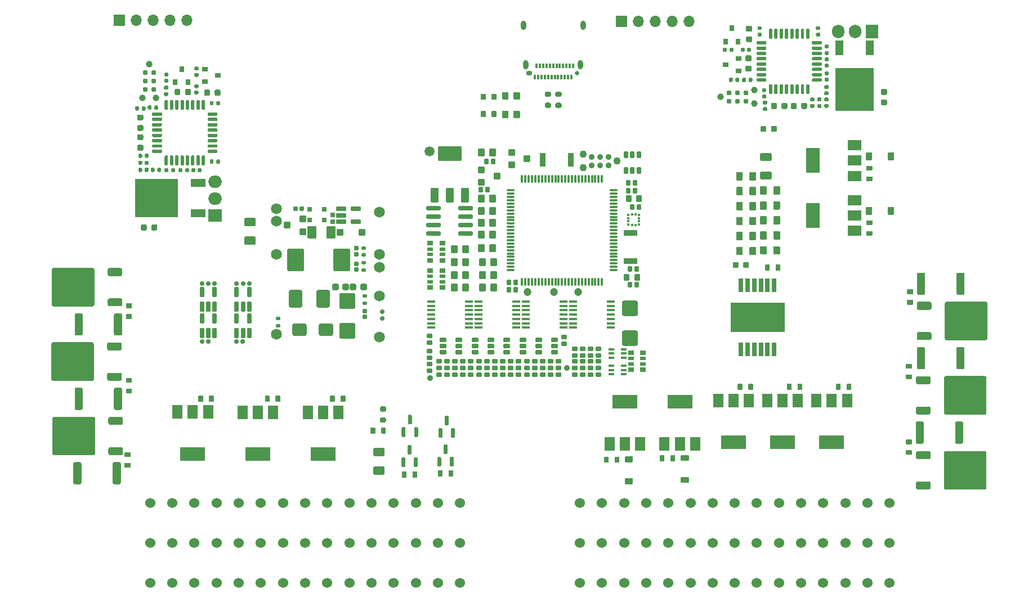
<source format=gts>
G75*
G70*
%OFA0B0*%
%FSLAX25Y25*%
%IPPOS*%
%LPD*%
%AMOC8*
5,1,8,0,0,1.08239X$1,22.5*
%
%AMM10*
21,1,0.025200,0.019680,0.000000,0.000000,0.000000*
21,1,0.015750,0.029130,0.000000,0.000000,0.000000*
1,1,0.009450,0.007870,-0.009840*
1,1,0.009450,-0.007870,-0.009840*
1,1,0.009450,-0.007870,0.009840*
1,1,0.009450,0.007870,0.009840*
%
%AMM2*
21,1,0.027170,0.052760,0.000000,0.000000,270.000000*
21,1,0.017320,0.062600,0.000000,0.000000,270.000000*
1,1,0.009840,-0.026380,-0.008660*
1,1,0.009840,-0.026380,0.008660*
1,1,0.009840,0.026380,0.008660*
1,1,0.009840,0.026380,-0.008660*
%
%AMM21*
21,1,0.092130,0.073230,0.000000,0.000000,270.000000*
21,1,0.069290,0.096060,0.000000,0.000000,270.000000*
1,1,0.022840,-0.036610,-0.034650*
1,1,0.022840,-0.036610,0.034650*
1,1,0.022840,0.036610,0.034650*
1,1,0.022840,0.036610,-0.034650*
%
%AMM22*
21,1,0.100000,0.111020,0.000000,0.000000,0.000000*
21,1,0.075590,0.135430,0.000000,0.000000,0.000000*
1,1,0.024410,0.037800,-0.055510*
1,1,0.024410,-0.037800,-0.055510*
1,1,0.024410,-0.037800,0.055510*
1,1,0.024410,0.037800,0.055510*
%
%AMM23*
21,1,0.080320,0.083460,0.000000,0.000000,0.000000*
21,1,0.059840,0.103940,0.000000,0.000000,0.000000*
1,1,0.020470,0.029920,-0.041730*
1,1,0.020470,-0.029920,-0.041730*
1,1,0.020470,-0.029920,0.041730*
1,1,0.020470,0.029920,0.041730*
%
%AMM24*
21,1,0.084250,0.053540,0.000000,0.000000,180.000000*
21,1,0.065350,0.072440,0.000000,0.000000,180.000000*
1,1,0.018900,-0.032680,0.026770*
1,1,0.018900,0.032680,0.026770*
1,1,0.018900,0.032680,-0.026770*
1,1,0.018900,-0.032680,-0.026770*
%
%AMM25*
21,1,0.040950,0.030320,0.000000,0.000000,90.000000*
21,1,0.028350,0.042910,0.000000,0.000000,90.000000*
1,1,0.012600,0.015160,0.014170*
1,1,0.012600,0.015160,-0.014170*
1,1,0.012600,-0.015160,-0.014170*
1,1,0.012600,-0.015160,0.014170*
%
%AMM26*
21,1,0.041340,0.026770,0.000000,0.000000,0.000000*
21,1,0.029130,0.038980,0.000000,0.000000,0.000000*
1,1,0.012210,0.014570,-0.013390*
1,1,0.012210,-0.014570,-0.013390*
1,1,0.012210,-0.014570,0.013390*
1,1,0.012210,0.014570,0.013390*
%
%AMM27*
21,1,0.076380,0.036220,0.000000,0.000000,90.000000*
21,1,0.061810,0.050790,0.000000,0.000000,90.000000*
1,1,0.014570,0.018110,0.030910*
1,1,0.014570,0.018110,-0.030910*
1,1,0.014570,-0.018110,-0.030910*
1,1,0.014570,-0.018110,0.030910*
%
%AMM28*
21,1,0.038980,0.026770,0.000000,0.000000,0.000000*
21,1,0.026770,0.038980,0.000000,0.000000,0.000000*
1,1,0.012210,0.013390,-0.013390*
1,1,0.012210,-0.013390,-0.013390*
1,1,0.012210,-0.013390,0.013390*
1,1,0.012210,0.013390,0.013390*
%
%AMM29*
21,1,0.021260,0.016540,0.000000,0.000000,270.000000*
21,1,0.012600,0.025200,0.000000,0.000000,270.000000*
1,1,0.008660,-0.008270,-0.006300*
1,1,0.008660,-0.008270,0.006300*
1,1,0.008660,0.008270,0.006300*
1,1,0.008660,0.008270,-0.006300*
%
%AMM30*
21,1,0.029130,0.018900,0.000000,0.000000,90.000000*
21,1,0.018900,0.029130,0.000000,0.000000,90.000000*
1,1,0.010240,0.009450,0.009450*
1,1,0.010240,0.009450,-0.009450*
1,1,0.010240,-0.009450,-0.009450*
1,1,0.010240,-0.009450,0.009450*
%
%AMM53*
21,1,0.029530,0.026380,0.000000,0.000000,270.000000*
21,1,0.020470,0.035430,0.000000,0.000000,270.000000*
1,1,0.009060,-0.013190,-0.010240*
1,1,0.009060,-0.013190,0.010240*
1,1,0.009060,0.013190,0.010240*
1,1,0.009060,0.013190,-0.010240*
%
%AMM54*
21,1,0.021650,0.027950,0.000000,0.000000,270.000000*
21,1,0.014170,0.035430,0.000000,0.000000,270.000000*
1,1,0.007480,-0.013980,-0.007090*
1,1,0.007480,-0.013980,0.007090*
1,1,0.007480,0.013980,0.007090*
1,1,0.007480,0.013980,-0.007090*
%
%AMM55*
21,1,0.016540,0.028980,0.000000,0.000000,90.000000*
21,1,0.010080,0.035430,0.000000,0.000000,90.000000*
1,1,0.006460,0.014490,0.005040*
1,1,0.006460,0.014490,-0.005040*
1,1,0.006460,-0.014490,-0.005040*
1,1,0.006460,-0.014490,0.005040*
%
%AMM56*
21,1,0.027560,0.030710,0.000000,0.000000,180.000000*
21,1,0.018900,0.039370,0.000000,0.000000,180.000000*
1,1,0.008660,-0.009450,0.015350*
1,1,0.008660,0.009450,0.015350*
1,1,0.008660,0.009450,-0.015350*
1,1,0.008660,-0.009450,-0.015350*
%
%AMM57*
21,1,0.031500,0.018900,0.000000,0.000000,90.000000*
21,1,0.022840,0.027560,0.000000,0.000000,90.000000*
1,1,0.008660,0.009450,0.011420*
1,1,0.008660,0.009450,-0.011420*
1,1,0.008660,-0.009450,-0.011420*
1,1,0.008660,-0.009450,0.011420*
%
%AMM58*
21,1,0.035430,0.072440,0.000000,0.000000,90.000000*
21,1,0.025200,0.082680,0.000000,0.000000,90.000000*
1,1,0.010240,0.036220,0.012600*
1,1,0.010240,0.036220,-0.012600*
1,1,0.010240,-0.036220,-0.012600*
1,1,0.010240,-0.036220,0.012600*
%
%AMM59*
21,1,0.031500,0.018900,0.000000,0.000000,180.000000*
21,1,0.022840,0.027560,0.000000,0.000000,180.000000*
1,1,0.008660,-0.011420,0.009450*
1,1,0.008660,0.011420,0.009450*
1,1,0.008660,0.011420,-0.009450*
1,1,0.008660,-0.011420,-0.009450*
%
%AMM60*
21,1,0.027560,0.030710,0.000000,0.000000,270.000000*
21,1,0.018900,0.039370,0.000000,0.000000,270.000000*
1,1,0.008660,-0.015350,-0.009450*
1,1,0.008660,-0.015350,0.009450*
1,1,0.008660,0.015350,0.009450*
1,1,0.008660,0.015350,-0.009450*
%
%AMM61*
21,1,0.039370,0.030320,0.000000,0.000000,270.000000*
21,1,0.028350,0.041340,0.000000,0.000000,270.000000*
1,1,0.011020,-0.015160,-0.014170*
1,1,0.011020,-0.015160,0.014170*
1,1,0.011020,0.015160,0.014170*
1,1,0.011020,0.015160,-0.014170*
%
%AMM62*
21,1,0.047240,0.075980,0.000000,0.000000,0.000000*
21,1,0.034650,0.088580,0.000000,0.000000,0.000000*
1,1,0.012600,0.017320,-0.037990*
1,1,0.012600,-0.017320,-0.037990*
1,1,0.012600,-0.017320,0.037990*
1,1,0.012600,0.017320,0.037990*
%
%AMM63*
21,1,0.043310,0.035430,0.000000,0.000000,0.000000*
21,1,0.031500,0.047240,0.000000,0.000000,0.000000*
1,1,0.011810,0.015750,-0.017720*
1,1,0.011810,-0.015750,-0.017720*
1,1,0.011810,-0.015750,0.017720*
1,1,0.011810,0.015750,0.017720*
%
%AMM64*
21,1,0.031500,0.030710,0.000000,0.000000,0.000000*
21,1,0.022050,0.040160,0.000000,0.000000,0.000000*
1,1,0.009450,0.011020,-0.015350*
1,1,0.009450,-0.011020,-0.015350*
1,1,0.009450,-0.011020,0.015350*
1,1,0.009450,0.011020,0.015350*
%
%AMM65*
21,1,0.035430,0.072440,0.000000,0.000000,0.000000*
21,1,0.025200,0.082680,0.000000,0.000000,0.000000*
1,1,0.010240,0.012600,-0.036220*
1,1,0.010240,-0.012600,-0.036220*
1,1,0.010240,-0.012600,0.036220*
1,1,0.010240,0.012600,0.036220*
%
%AMM66*
21,1,0.141730,0.067720,0.000000,0.000000,0.000000*
21,1,0.120870,0.088580,0.000000,0.000000,0.000000*
1,1,0.020870,0.060430,-0.033860*
1,1,0.020870,-0.060430,-0.033860*
1,1,0.020870,-0.060430,0.033860*
1,1,0.020870,0.060430,0.033860*
%
%AMM67*
21,1,0.047240,0.075990,0.000000,0.000000,0.000000*
21,1,0.034650,0.088580,0.000000,0.000000,0.000000*
1,1,0.012600,0.017320,-0.037990*
1,1,0.012600,-0.017320,-0.037990*
1,1,0.012600,-0.017320,0.037990*
1,1,0.012600,0.017320,0.037990*
%
%AMM68*
21,1,0.090550,0.073230,0.000000,0.000000,90.000000*
21,1,0.069290,0.094490,0.000000,0.000000,90.000000*
1,1,0.021260,0.036610,0.034650*
1,1,0.021260,0.036610,-0.034650*
1,1,0.021260,-0.036610,-0.034650*
1,1,0.021260,-0.036610,0.034650*
%
%AMM8*
21,1,0.025200,0.019680,0.000000,0.000000,270.000000*
21,1,0.015750,0.029130,0.000000,0.000000,270.000000*
1,1,0.009450,-0.009840,-0.007870*
1,1,0.009450,-0.009840,0.007870*
1,1,0.009450,0.009840,0.007870*
1,1,0.009450,0.009840,-0.007870*
%
%AMM93*
21,1,0.027170,0.052760,-0.000000,0.000000,0.000000*
21,1,0.017320,0.062600,-0.000000,0.000000,0.000000*
1,1,0.009840,0.008660,-0.026380*
1,1,0.009840,-0.008660,-0.026380*
1,1,0.009840,-0.008660,0.026380*
1,1,0.009840,0.008660,0.026380*
%
%ADD10C,0.02362*%
%ADD101M2*%
%ADD102C,0.02913*%
%ADD108M8*%
%ADD110M10*%
%ADD123M21*%
%ADD124M22*%
%ADD125M23*%
%ADD126M24*%
%ADD127M25*%
%ADD128M26*%
%ADD129M27*%
%ADD13R,0.05906X0.07874*%
%ADD130M28*%
%ADD131M29*%
%ADD132M30*%
%ADD133C,0.06457*%
%ADD14R,0.14961X0.07874*%
%ADD169M53*%
%ADD170M54*%
%ADD171M55*%
%ADD172O,0.05118X0.01260*%
%ADD173O,0.01260X0.05118*%
%ADD174O,0.04724X0.01575*%
%ADD175C,0.03494*%
%ADD176M56*%
%ADD177M57*%
%ADD178R,0.01772X0.01378*%
%ADD179R,0.01378X0.01772*%
%ADD180M58*%
%ADD181M59*%
%ADD182M60*%
%ADD183M61*%
%ADD184O,0.09055X0.02756*%
%ADD185M62*%
%ADD186M63*%
%ADD187M64*%
%ADD188M65*%
%ADD189M66*%
%ADD190M67*%
%ADD191C,0.03543*%
%ADD192M68*%
%ADD193C,0.04294*%
%ADD231R,0.08661X0.04724*%
%ADD232R,0.25197X0.22835*%
%ADD233R,0.07874X0.07500*%
%ADD234O,0.07874X0.07500*%
%ADD239M93*%
%ADD36R,0.01181X0.02756*%
%ADD37O,0.03150X0.05512*%
%ADD38R,0.02559X0.07874*%
%ADD39R,0.31890X0.17717*%
%ADD40R,0.06693X0.06693*%
%ADD41O,0.06693X0.06693*%
%ADD49C,0.06000*%
%ADD50R,0.07874X0.05906*%
%ADD51R,0.07874X0.14961*%
%ADD52C,0.05906*%
%ADD64C,0.04724*%
%ADD68C,0.02559*%
%ADD69O,0.03740X0.02559*%
%ADD80R,0.03543X0.03150*%
%ADD81R,0.04724X0.08661*%
%ADD82C,0.05118*%
%ADD83R,0.22835X0.25197*%
%ADD84R,0.03150X0.03543*%
%ADD85C,0.03100*%
%ADD86R,0.07500X0.07874*%
%ADD87O,0.07500X0.07874*%
%ADD90C,0.03900*%
X0000000Y0000000D02*
%LPD*%
G01*
D10*
X0132283Y0208465D03*
X0136024Y0208465D03*
X0139764Y0208465D03*
X0135827Y0174213D03*
X0132283Y0174213D03*
D13*
X0115354Y0132283D03*
X0106299Y0132283D03*
X0097244Y0132283D03*
D14*
X0106299Y0107480D03*
G36*
G01*
X0454016Y0239075D02*
X0454016Y0234941D01*
G75*
G02*
X0453622Y0234547I-000394J0000000D01*
G01*
X0450472Y0234547D01*
G75*
G02*
X0450079Y0234941I0000000J0000394D01*
G01*
X0450079Y0239075D01*
G75*
G02*
X0450472Y0239469I0000394J0000000D01*
G01*
X0453622Y0239469D01*
G75*
G02*
X0454016Y0239075I0000000J-000394D01*
G01*
G37*
G36*
G01*
X0446142Y0239075D02*
X0446142Y0234941D01*
G75*
G02*
X0445748Y0234547I-000394J0000000D01*
G01*
X0442598Y0234547D01*
G75*
G02*
X0442205Y0234941I0000000J0000394D01*
G01*
X0442205Y0239075D01*
G75*
G02*
X0442598Y0239469I0000394J0000000D01*
G01*
X0445748Y0239469D01*
G75*
G02*
X0446142Y0239075I0000000J-000394D01*
G01*
G37*
G36*
G01*
X0253543Y0117028D02*
X0252362Y0117028D01*
G75*
G02*
X0251772Y0117618I0000000J0000591D01*
G01*
X0251772Y0122244D01*
G75*
G02*
X0252362Y0122835I0000591J0000000D01*
G01*
X0253543Y0122835D01*
G75*
G02*
X0254134Y0122244I0000000J-000591D01*
G01*
X0254134Y0117618D01*
G75*
G02*
X0253543Y0117028I-000591J0000000D01*
G01*
G37*
G36*
G01*
X0257283Y0124409D02*
X0256102Y0124409D01*
G75*
G02*
X0255512Y0125000I0000000J0000591D01*
G01*
X0255512Y0129626D01*
G75*
G02*
X0256102Y0130217I0000591J0000000D01*
G01*
X0257283Y0130217D01*
G75*
G02*
X0257874Y0129626I0000000J-000591D01*
G01*
X0257874Y0125000D01*
G75*
G02*
X0257283Y0124409I-000591J0000000D01*
G01*
G37*
G36*
G01*
X0261024Y0117028D02*
X0259843Y0117028D01*
G75*
G02*
X0259252Y0117618I0000000J0000591D01*
G01*
X0259252Y0122244D01*
G75*
G02*
X0259843Y0122835I0000591J0000000D01*
G01*
X0261024Y0122835D01*
G75*
G02*
X0261614Y0122244I0000000J-000591D01*
G01*
X0261614Y0117618D01*
G75*
G02*
X0261024Y0117028I-000591J0000000D01*
G01*
G37*
G36*
G01*
X0064469Y0145768D02*
X0064469Y0134547D01*
G75*
G02*
X0063484Y0133563I-000984J0000000D01*
G01*
X0060630Y0133563D01*
G75*
G02*
X0059646Y0134547I0000000J0000984D01*
G01*
X0059646Y0145768D01*
G75*
G02*
X0060630Y0146752I0000984J0000000D01*
G01*
X0063484Y0146752D01*
G75*
G02*
X0064469Y0145768I0000000J-000984D01*
G01*
G37*
G36*
G01*
X0041142Y0145768D02*
X0041142Y0134547D01*
G75*
G02*
X0040157Y0133563I-000984J0000000D01*
G01*
X0037303Y0133563D01*
G75*
G02*
X0036319Y0134547I0000000J0000984D01*
G01*
X0036319Y0145768D01*
G75*
G02*
X0037303Y0146752I0000984J0000000D01*
G01*
X0040157Y0146752D01*
G75*
G02*
X0041142Y0145768I0000000J-000984D01*
G01*
G37*
G36*
G01*
X0454213Y0219449D02*
X0454213Y0216378D01*
G75*
G02*
X0453937Y0216102I-000276J0000000D01*
G01*
X0451732Y0216102D01*
G75*
G02*
X0451457Y0216378I0000000J0000276D01*
G01*
X0451457Y0219449D01*
G75*
G02*
X0451732Y0219724I0000276J0000000D01*
G01*
X0453937Y0219724D01*
G75*
G02*
X0454213Y0219449I0000000J-000276D01*
G01*
G37*
G36*
G01*
X0447913Y0219449D02*
X0447913Y0216378D01*
G75*
G02*
X0447638Y0216102I-000276J0000000D01*
G01*
X0445433Y0216102D01*
G75*
G02*
X0445157Y0216378I0000000J0000276D01*
G01*
X0445157Y0219449D01*
G75*
G02*
X0445433Y0219724I0000276J0000000D01*
G01*
X0447638Y0219724D01*
G75*
G02*
X0447913Y0219449I0000000J-000276D01*
G01*
G37*
G36*
G01*
X0231693Y0117569D02*
X0230512Y0117569D01*
G75*
G02*
X0229921Y0118159I0000000J0000591D01*
G01*
X0229921Y0122785D01*
G75*
G02*
X0230512Y0123376I0000591J0000000D01*
G01*
X0231693Y0123376D01*
G75*
G02*
X0232283Y0122785I0000000J-000591D01*
G01*
X0232283Y0118159D01*
G75*
G02*
X0231693Y0117569I-000591J0000000D01*
G01*
G37*
G36*
G01*
X0235433Y0124951D02*
X0234252Y0124951D01*
G75*
G02*
X0233661Y0125541I0000000J0000591D01*
G01*
X0233661Y0130167D01*
G75*
G02*
X0234252Y0130758I0000591J0000000D01*
G01*
X0235433Y0130758D01*
G75*
G02*
X0236024Y0130167I0000000J-000591D01*
G01*
X0236024Y0125541D01*
G75*
G02*
X0235433Y0124951I-000591J0000000D01*
G01*
G37*
G36*
G01*
X0239173Y0117569D02*
X0237992Y0117569D01*
G75*
G02*
X0237402Y0118159I0000000J0000591D01*
G01*
X0237402Y0122785D01*
G75*
G02*
X0237992Y0123376I0000591J0000000D01*
G01*
X0239173Y0123376D01*
G75*
G02*
X0239764Y0122785I0000000J-000591D01*
G01*
X0239764Y0118159D01*
G75*
G02*
X0239173Y0117569I-000591J0000000D01*
G01*
G37*
G36*
G01*
X0317618Y0312500D02*
X0315453Y0312500D01*
G75*
G02*
X0314665Y0313287I0000000J0000787D01*
G01*
X0314665Y0314862D01*
G75*
G02*
X0315453Y0315650I0000787J0000000D01*
G01*
X0317618Y0315650D01*
G75*
G02*
X0318406Y0314862I0000000J-000787D01*
G01*
X0318406Y0313287D01*
G75*
G02*
X0317618Y0312500I-000787J0000000D01*
G01*
G37*
G36*
G01*
X0317618Y0318996D02*
X0315453Y0318996D01*
G75*
G02*
X0314665Y0319783I0000000J0000787D01*
G01*
X0314665Y0321358D01*
G75*
G02*
X0315453Y0322146I0000787J0000000D01*
G01*
X0317618Y0322146D01*
G75*
G02*
X0318406Y0321358I0000000J-000787D01*
G01*
X0318406Y0319783D01*
G75*
G02*
X0317618Y0318996I-000787J0000000D01*
G01*
G37*
G36*
G01*
X0300000Y0310433D02*
X0300000Y0306890D01*
G75*
G02*
X0299606Y0306496I-000394J0000000D01*
G01*
X0296457Y0306496D01*
G75*
G02*
X0296063Y0306890I0000000J0000394D01*
G01*
X0296063Y0310433D01*
G75*
G02*
X0296457Y0310827I0000394J0000000D01*
G01*
X0299606Y0310827D01*
G75*
G02*
X0300000Y0310433I0000000J-000394D01*
G01*
G37*
G36*
G01*
X0293307Y0310433D02*
X0293307Y0306890D01*
G75*
G02*
X0292913Y0306496I-000394J0000000D01*
G01*
X0289764Y0306496D01*
G75*
G02*
X0289370Y0306890I0000000J0000394D01*
G01*
X0289370Y0310433D01*
G75*
G02*
X0289764Y0310827I0000394J0000000D01*
G01*
X0292913Y0310827D01*
G75*
G02*
X0293307Y0310433I0000000J-000394D01*
G01*
G37*
G36*
G01*
X0428031Y0269980D02*
X0428031Y0274114D01*
G75*
G02*
X0428425Y0274508I0000394J0000000D01*
G01*
X0431575Y0274508D01*
G75*
G02*
X0431969Y0274114I0000000J-000394D01*
G01*
X0431969Y0269980D01*
G75*
G02*
X0431575Y0269587I-000394J0000000D01*
G01*
X0428425Y0269587D01*
G75*
G02*
X0428031Y0269980I0000000J0000394D01*
G01*
G37*
G36*
G01*
X0435906Y0269980D02*
X0435906Y0274114D01*
G75*
G02*
X0436299Y0274508I0000394J0000000D01*
G01*
X0439449Y0274508D01*
G75*
G02*
X0439843Y0274114I0000000J-000394D01*
G01*
X0439843Y0269980D01*
G75*
G02*
X0439449Y0269587I-000394J0000000D01*
G01*
X0436299Y0269587D01*
G75*
G02*
X0435906Y0269980I0000000J0000394D01*
G01*
G37*
G36*
G01*
X0428031Y0234547D02*
X0428031Y0238681D01*
G75*
G02*
X0428425Y0239075I0000394J0000000D01*
G01*
X0431575Y0239075D01*
G75*
G02*
X0431969Y0238681I0000000J-000394D01*
G01*
X0431969Y0234547D01*
G75*
G02*
X0431575Y0234154I-000394J0000000D01*
G01*
X0428425Y0234154D01*
G75*
G02*
X0428031Y0234547I0000000J0000394D01*
G01*
G37*
G36*
G01*
X0435906Y0234547D02*
X0435906Y0238681D01*
G75*
G02*
X0436299Y0239075I0000394J0000000D01*
G01*
X0439449Y0239075D01*
G75*
G02*
X0439843Y0238681I0000000J-000394D01*
G01*
X0439843Y0234547D01*
G75*
G02*
X0439449Y0234154I-000394J0000000D01*
G01*
X0436299Y0234154D01*
G75*
G02*
X0435906Y0234547I0000000J0000394D01*
G01*
G37*
G36*
G01*
X0066969Y0152559D02*
X0070039Y0152559D01*
G75*
G02*
X0070315Y0152283I0000000J-000276D01*
G01*
X0070315Y0150079D01*
G75*
G02*
X0070039Y0149803I-000276J0000000D01*
G01*
X0066969Y0149803D01*
G75*
G02*
X0066693Y0150079I0000000J0000276D01*
G01*
X0066693Y0152283D01*
G75*
G02*
X0066969Y0152559I0000276J0000000D01*
G01*
G37*
G36*
G01*
X0066969Y0146260D02*
X0070039Y0146260D01*
G75*
G02*
X0070315Y0145984I0000000J-000276D01*
G01*
X0070315Y0143780D01*
G75*
G02*
X0070039Y0143504I-000276J0000000D01*
G01*
X0066969Y0143504D01*
G75*
G02*
X0066693Y0143780I0000000J0000276D01*
G01*
X0066693Y0145984D01*
G75*
G02*
X0066969Y0146260I0000276J0000000D01*
G01*
G37*
G36*
G01*
X0535138Y0202736D02*
X0535138Y0213957D01*
G75*
G02*
X0536122Y0214941I0000984J0000000D01*
G01*
X0538976Y0214941D01*
G75*
G02*
X0539961Y0213957I0000000J-000984D01*
G01*
X0539961Y0202736D01*
G75*
G02*
X0538976Y0201752I-000984J0000000D01*
G01*
X0536122Y0201752D01*
G75*
G02*
X0535138Y0202736I0000000J0000984D01*
G01*
G37*
G36*
G01*
X0558465Y0202736D02*
X0558465Y0213957D01*
G75*
G02*
X0559449Y0214941I0000984J0000000D01*
G01*
X0562303Y0214941D01*
G75*
G02*
X0563287Y0213957I0000000J-000984D01*
G01*
X0563287Y0202736D01*
G75*
G02*
X0562303Y0201752I-000984J0000000D01*
G01*
X0559449Y0201752D01*
G75*
G02*
X0558465Y0202736I0000000J0000984D01*
G01*
G37*
G36*
G01*
X0149016Y0138622D02*
X0149016Y0141693D01*
G75*
G02*
X0149291Y0141969I0000276J0000000D01*
G01*
X0151496Y0141969D01*
G75*
G02*
X0151772Y0141693I0000000J-000276D01*
G01*
X0151772Y0138622D01*
G75*
G02*
X0151496Y0138346I-000276J0000000D01*
G01*
X0149291Y0138346D01*
G75*
G02*
X0149016Y0138622I0000000J0000276D01*
G01*
G37*
G36*
G01*
X0155315Y0138622D02*
X0155315Y0141693D01*
G75*
G02*
X0155591Y0141969I0000276J0000000D01*
G01*
X0157795Y0141969D01*
G75*
G02*
X0158071Y0141693I0000000J-000276D01*
G01*
X0158071Y0138622D01*
G75*
G02*
X0157795Y0138346I-000276J0000000D01*
G01*
X0155591Y0138346D01*
G75*
G02*
X0155315Y0138622I0000000J0000276D01*
G01*
G37*
G36*
G01*
X0454016Y0265650D02*
X0454016Y0261516D01*
G75*
G02*
X0453622Y0261122I-000394J0000000D01*
G01*
X0450472Y0261122D01*
G75*
G02*
X0450079Y0261516I0000000J0000394D01*
G01*
X0450079Y0265650D01*
G75*
G02*
X0450472Y0266043I0000394J0000000D01*
G01*
X0453622Y0266043D01*
G75*
G02*
X0454016Y0265650I0000000J-000394D01*
G01*
G37*
G36*
G01*
X0446142Y0265650D02*
X0446142Y0261516D01*
G75*
G02*
X0445748Y0261122I-000394J0000000D01*
G01*
X0442598Y0261122D01*
G75*
G02*
X0442205Y0261516I0000000J0000394D01*
G01*
X0442205Y0265650D01*
G75*
G02*
X0442598Y0266043I0000394J0000000D01*
G01*
X0445748Y0266043D01*
G75*
G02*
X0446142Y0265650I0000000J-000394D01*
G01*
G37*
G36*
G01*
X0063681Y0101673D02*
X0063681Y0090453D01*
G75*
G02*
X0062697Y0089469I-000984J0000000D01*
G01*
X0059843Y0089469D01*
G75*
G02*
X0058858Y0090453I0000000J0000984D01*
G01*
X0058858Y0101673D01*
G75*
G02*
X0059843Y0102657I0000984J0000000D01*
G01*
X0062697Y0102657D01*
G75*
G02*
X0063681Y0101673I0000000J-000984D01*
G01*
G37*
G36*
G01*
X0040354Y0101673D02*
X0040354Y0090453D01*
G75*
G02*
X0039370Y0089469I-000984J0000000D01*
G01*
X0036516Y0089469D01*
G75*
G02*
X0035531Y0090453I0000000J0000984D01*
G01*
X0035531Y0101673D01*
G75*
G02*
X0036516Y0102657I0000984J0000000D01*
G01*
X0039370Y0102657D01*
G75*
G02*
X0040354Y0101673I0000000J-000984D01*
G01*
G37*
G36*
G01*
X0535138Y0158642D02*
X0535138Y0169862D01*
G75*
G02*
X0536122Y0170846I0000984J0000000D01*
G01*
X0538976Y0170846D01*
G75*
G02*
X0539961Y0169862I0000000J-000984D01*
G01*
X0539961Y0158642D01*
G75*
G02*
X0538976Y0157657I-000984J0000000D01*
G01*
X0536122Y0157657D01*
G75*
G02*
X0535138Y0158642I0000000J0000984D01*
G01*
G37*
G36*
G01*
X0558465Y0158642D02*
X0558465Y0169862D01*
G75*
G02*
X0559449Y0170846I0000984J0000000D01*
G01*
X0562303Y0170846D01*
G75*
G02*
X0563287Y0169862I0000000J-000984D01*
G01*
X0563287Y0158642D01*
G75*
G02*
X0562303Y0157657I-000984J0000000D01*
G01*
X0559449Y0157657D01*
G75*
G02*
X0558465Y0158642I0000000J0000984D01*
G01*
G37*
D13*
X0464567Y0139173D03*
X0455512Y0139173D03*
X0446457Y0139173D03*
D14*
X0455512Y0114370D03*
G36*
G01*
X0428031Y0252264D02*
X0428031Y0256398D01*
G75*
G02*
X0428425Y0256791I0000394J0000000D01*
G01*
X0431575Y0256791D01*
G75*
G02*
X0431969Y0256398I0000000J-000394D01*
G01*
X0431969Y0252264D01*
G75*
G02*
X0431575Y0251870I-000394J0000000D01*
G01*
X0428425Y0251870D01*
G75*
G02*
X0428031Y0252264I0000000J0000394D01*
G01*
G37*
G36*
G01*
X0435906Y0252264D02*
X0435906Y0256398D01*
G75*
G02*
X0436299Y0256791I0000394J0000000D01*
G01*
X0439449Y0256791D01*
G75*
G02*
X0439843Y0256398I0000000J-000394D01*
G01*
X0439843Y0252264D01*
G75*
G02*
X0439449Y0251870I-000394J0000000D01*
G01*
X0436299Y0251870D01*
G75*
G02*
X0435906Y0252264I0000000J0000394D01*
G01*
G37*
D13*
X0192520Y0132087D03*
X0183465Y0132087D03*
X0174409Y0132087D03*
D14*
X0183465Y0107283D03*
G36*
G01*
X0428031Y0261122D02*
X0428031Y0265256D01*
G75*
G02*
X0428425Y0265650I0000394J0000000D01*
G01*
X0431575Y0265650D01*
G75*
G02*
X0431969Y0265256I0000000J-000394D01*
G01*
X0431969Y0261122D01*
G75*
G02*
X0431575Y0260728I-000394J0000000D01*
G01*
X0428425Y0260728D01*
G75*
G02*
X0428031Y0261122I0000000J0000394D01*
G01*
G37*
G36*
G01*
X0435906Y0261122D02*
X0435906Y0265256D01*
G75*
G02*
X0436299Y0265650I0000394J0000000D01*
G01*
X0439449Y0265650D01*
G75*
G02*
X0439843Y0265256I0000000J-000394D01*
G01*
X0439843Y0261122D01*
G75*
G02*
X0439449Y0260728I-000394J0000000D01*
G01*
X0436299Y0260728D01*
G75*
G02*
X0435906Y0261122I0000000J0000394D01*
G01*
G37*
G36*
G01*
X0531850Y0106969D02*
X0528780Y0106969D01*
G75*
G02*
X0528504Y0107244I0000000J0000276D01*
G01*
X0528504Y0109449D01*
G75*
G02*
X0528780Y0109724I0000276J0000000D01*
G01*
X0531850Y0109724D01*
G75*
G02*
X0532126Y0109449I0000000J-000276D01*
G01*
X0532126Y0107244D01*
G75*
G02*
X0531850Y0106969I-000276J0000000D01*
G01*
G37*
G36*
G01*
X0531850Y0113268D02*
X0528780Y0113268D01*
G75*
G02*
X0528504Y0113543I0000000J0000276D01*
G01*
X0528504Y0115748D01*
G75*
G02*
X0528780Y0116024I0000276J0000000D01*
G01*
X0531850Y0116024D01*
G75*
G02*
X0532126Y0115748I0000000J-000276D01*
G01*
X0532126Y0113543D01*
G75*
G02*
X0531850Y0113268I-000276J0000000D01*
G01*
G37*
D13*
X0435433Y0139173D03*
X0426378Y0139173D03*
X0417323Y0139173D03*
D14*
X0426378Y0114370D03*
G36*
G01*
X0231496Y0099705D02*
X0230315Y0099705D01*
G75*
G02*
X0229724Y0100295I0000000J0000591D01*
G01*
X0229724Y0104921D01*
G75*
G02*
X0230315Y0105512I0000591J0000000D01*
G01*
X0231496Y0105512D01*
G75*
G02*
X0232087Y0104921I0000000J-000591D01*
G01*
X0232087Y0100295D01*
G75*
G02*
X0231496Y0099705I-000591J0000000D01*
G01*
G37*
G36*
G01*
X0235236Y0107087D02*
X0234055Y0107087D01*
G75*
G02*
X0233465Y0107677I0000000J0000591D01*
G01*
X0233465Y0112303D01*
G75*
G02*
X0234055Y0112894I0000591J0000000D01*
G01*
X0235236Y0112894D01*
G75*
G02*
X0235827Y0112303I0000000J-000591D01*
G01*
X0235827Y0107677D01*
G75*
G02*
X0235236Y0107087I-000591J0000000D01*
G01*
G37*
G36*
G01*
X0238976Y0099705D02*
X0237795Y0099705D01*
G75*
G02*
X0237205Y0100295I0000000J0000591D01*
G01*
X0237205Y0104921D01*
G75*
G02*
X0237795Y0105512I0000591J0000000D01*
G01*
X0238976Y0105512D01*
G75*
G02*
X0239567Y0104921I0000000J-000591D01*
G01*
X0239567Y0100295D01*
G75*
G02*
X0238976Y0099705I-000591J0000000D01*
G01*
G37*
G36*
G01*
X0535039Y0193898D02*
X0535039Y0196654D01*
G75*
G02*
X0536024Y0197638I0000984J0000000D01*
G01*
X0542717Y0197638D01*
G75*
G02*
X0543701Y0196654I0000000J-000984D01*
G01*
X0543701Y0193898D01*
G75*
G02*
X0542717Y0192913I-000984J0000000D01*
G01*
X0536024Y0192913D01*
G75*
G02*
X0535039Y0193898I0000000J0000984D01*
G01*
G37*
G36*
G01*
X0551575Y0175866D02*
X0551575Y0196732D01*
G75*
G02*
X0552559Y0197717I0000984J0000000D01*
G01*
X0575787Y0197717D01*
G75*
G02*
X0576772Y0196732I0000000J-000984D01*
G01*
X0576772Y0175866D01*
G75*
G02*
X0575787Y0174882I-000984J0000000D01*
G01*
X0552559Y0174882D01*
G75*
G02*
X0551575Y0175866I0000000J0000984D01*
G01*
G37*
G36*
G01*
X0535039Y0175945D02*
X0535039Y0178701D01*
G75*
G02*
X0536024Y0179685I0000984J0000000D01*
G01*
X0542717Y0179685D01*
G75*
G02*
X0543701Y0178701I0000000J-000984D01*
G01*
X0543701Y0175945D01*
G75*
G02*
X0542717Y0174961I-000984J0000000D01*
G01*
X0536024Y0174961D01*
G75*
G02*
X0535039Y0175945I0000000J0000984D01*
G01*
G37*
D68*
X0333858Y0333228D03*
D69*
X0305512Y0333228D03*
D36*
X0330512Y0330630D03*
X0328543Y0330630D03*
X0326575Y0330630D03*
X0324606Y0330630D03*
X0322638Y0330630D03*
X0320669Y0330630D03*
X0318701Y0330630D03*
X0316732Y0330630D03*
X0314764Y0330630D03*
X0312795Y0330630D03*
X0310827Y0330630D03*
X0308858Y0330630D03*
X0309843Y0337323D03*
X0311811Y0337323D03*
X0313780Y0337323D03*
X0315748Y0337323D03*
X0317717Y0337323D03*
X0319685Y0337323D03*
X0321654Y0337323D03*
X0323622Y0337323D03*
X0325591Y0337323D03*
X0327559Y0337323D03*
X0329528Y0337323D03*
X0331496Y0337323D03*
D37*
X0337362Y0361575D03*
X0335945Y0338150D03*
X0303425Y0338150D03*
X0302008Y0361575D03*
G36*
G01*
X0505354Y0245866D02*
X0508425Y0245866D01*
G75*
G02*
X0508701Y0245591I0000000J-000276D01*
G01*
X0508701Y0243386D01*
G75*
G02*
X0508425Y0243110I-000276J0000000D01*
G01*
X0505354Y0243110D01*
G75*
G02*
X0505079Y0243386I0000000J0000276D01*
G01*
X0505079Y0245591D01*
G75*
G02*
X0505354Y0245866I0000276J0000000D01*
G01*
G37*
G36*
G01*
X0505354Y0239567D02*
X0508425Y0239567D01*
G75*
G02*
X0508701Y0239291I0000000J-000276D01*
G01*
X0508701Y0237087D01*
G75*
G02*
X0508425Y0236811I-000276J0000000D01*
G01*
X0505354Y0236811D01*
G75*
G02*
X0505079Y0237087I0000000J0000276D01*
G01*
X0505079Y0239291D01*
G75*
G02*
X0505354Y0239567I0000276J0000000D01*
G01*
G37*
G36*
G01*
X0531850Y0151850D02*
X0528780Y0151850D01*
G75*
G02*
X0528504Y0152126I0000000J0000276D01*
G01*
X0528504Y0154331D01*
G75*
G02*
X0528780Y0154606I0000276J0000000D01*
G01*
X0531850Y0154606D01*
G75*
G02*
X0532126Y0154331I0000000J-000276D01*
G01*
X0532126Y0152126D01*
G75*
G02*
X0531850Y0151850I-000276J0000000D01*
G01*
G37*
G36*
G01*
X0531850Y0158150D02*
X0528780Y0158150D01*
G75*
G02*
X0528504Y0158425I0000000J0000276D01*
G01*
X0528504Y0160630D01*
G75*
G02*
X0528780Y0160906I0000276J0000000D01*
G01*
X0531850Y0160906D01*
G75*
G02*
X0532126Y0160630I0000000J-000276D01*
G01*
X0532126Y0158425D01*
G75*
G02*
X0531850Y0158150I-000276J0000000D01*
G01*
G37*
G36*
G01*
X0504921Y0281850D02*
X0504921Y0285866D01*
G75*
G02*
X0505276Y0286220I0000354J0000000D01*
G01*
X0508110Y0286220D01*
G75*
G02*
X0508465Y0285866I0000000J-000354D01*
G01*
X0508465Y0281850D01*
G75*
G02*
X0508110Y0281496I-000354J0000000D01*
G01*
X0505276Y0281496D01*
G75*
G02*
X0504921Y0281850I0000000J0000354D01*
G01*
G37*
G36*
G01*
X0517913Y0281850D02*
X0517913Y0285866D01*
G75*
G02*
X0518268Y0286220I0000354J0000000D01*
G01*
X0521102Y0286220D01*
G75*
G02*
X0521457Y0285866I0000000J-000354D01*
G01*
X0521457Y0281850D01*
G75*
G02*
X0521102Y0281496I-000354J0000000D01*
G01*
X0518268Y0281496D01*
G75*
G02*
X0517913Y0281850I0000000J0000354D01*
G01*
G37*
G36*
G01*
X0534547Y0105413D02*
X0534547Y0108169D01*
G75*
G02*
X0535531Y0109154I0000984J0000000D01*
G01*
X0542224Y0109154D01*
G75*
G02*
X0543209Y0108169I0000000J-000984D01*
G01*
X0543209Y0105413D01*
G75*
G02*
X0542224Y0104429I-000984J0000000D01*
G01*
X0535531Y0104429D01*
G75*
G02*
X0534547Y0105413I0000000J0000984D01*
G01*
G37*
G36*
G01*
X0551083Y0087382D02*
X0551083Y0108248D01*
G75*
G02*
X0552067Y0109232I0000984J0000000D01*
G01*
X0575295Y0109232D01*
G75*
G02*
X0576280Y0108248I0000000J-000984D01*
G01*
X0576280Y0087382D01*
G75*
G02*
X0575295Y0086398I-000984J0000000D01*
G01*
X0552067Y0086398D01*
G75*
G02*
X0551083Y0087382I0000000J0000984D01*
G01*
G37*
G36*
G01*
X0534547Y0087461D02*
X0534547Y0090217D01*
G75*
G02*
X0535531Y0091201I0000984J0000000D01*
G01*
X0542224Y0091201D01*
G75*
G02*
X0543209Y0090217I0000000J-000984D01*
G01*
X0543209Y0087461D01*
G75*
G02*
X0542224Y0086476I-000984J0000000D01*
G01*
X0535531Y0086476D01*
G75*
G02*
X0534547Y0087461I0000000J0000984D01*
G01*
G37*
G36*
G01*
X0391929Y0106457D02*
X0391929Y0103386D01*
G75*
G02*
X0391654Y0103110I-000276J0000000D01*
G01*
X0389449Y0103110D01*
G75*
G02*
X0389173Y0103386I0000000J0000276D01*
G01*
X0389173Y0106457D01*
G75*
G02*
X0389449Y0106732I0000276J0000000D01*
G01*
X0391654Y0106732D01*
G75*
G02*
X0391929Y0106457I0000000J-000276D01*
G01*
G37*
G36*
G01*
X0385630Y0106457D02*
X0385630Y0103386D01*
G75*
G02*
X0385354Y0103110I-000276J0000000D01*
G01*
X0383150Y0103110D01*
G75*
G02*
X0382874Y0103386I0000000J0000276D01*
G01*
X0382874Y0106457D01*
G75*
G02*
X0383150Y0106732I0000276J0000000D01*
G01*
X0385354Y0106732D01*
G75*
G02*
X0385630Y0106457I0000000J-000276D01*
G01*
G37*
G36*
G01*
X0286024Y0310394D02*
X0286024Y0307323D01*
G75*
G02*
X0285748Y0307047I-000276J0000000D01*
G01*
X0283543Y0307047D01*
G75*
G02*
X0283268Y0307323I0000000J0000276D01*
G01*
X0283268Y0310394D01*
G75*
G02*
X0283543Y0310669I0000276J0000000D01*
G01*
X0285748Y0310669D01*
G75*
G02*
X0286024Y0310394I0000000J-000276D01*
G01*
G37*
G36*
G01*
X0279724Y0310394D02*
X0279724Y0307323D01*
G75*
G02*
X0279449Y0307047I-000276J0000000D01*
G01*
X0277244Y0307047D01*
G75*
G02*
X0276969Y0307323I0000000J0000276D01*
G01*
X0276969Y0310394D01*
G75*
G02*
X0277244Y0310669I0000276J0000000D01*
G01*
X0279449Y0310669D01*
G75*
G02*
X0279724Y0310394I0000000J-000276D01*
G01*
G37*
D38*
X0450551Y0207382D03*
X0446614Y0207382D03*
X0442677Y0207382D03*
X0438740Y0207382D03*
X0434803Y0207382D03*
X0430866Y0207382D03*
X0430866Y0169587D03*
X0434803Y0169587D03*
X0438740Y0169587D03*
X0442677Y0169587D03*
X0446614Y0169587D03*
X0450551Y0169587D03*
D39*
X0440709Y0188484D03*
G36*
G01*
X0109646Y0138622D02*
X0109646Y0141693D01*
G75*
G02*
X0109921Y0141969I0000276J0000000D01*
G01*
X0112126Y0141969D01*
G75*
G02*
X0112402Y0141693I0000000J-000276D01*
G01*
X0112402Y0138622D01*
G75*
G02*
X0112126Y0138346I-000276J0000000D01*
G01*
X0109921Y0138346D01*
G75*
G02*
X0109646Y0138622I0000000J0000276D01*
G01*
G37*
G36*
G01*
X0115945Y0138622D02*
X0115945Y0141693D01*
G75*
G02*
X0116220Y0141969I0000276J0000000D01*
G01*
X0118425Y0141969D01*
G75*
G02*
X0118701Y0141693I0000000J-000276D01*
G01*
X0118701Y0138622D01*
G75*
G02*
X0118425Y0138346I-000276J0000000D01*
G01*
X0116220Y0138346D01*
G75*
G02*
X0115945Y0138622I0000000J0000276D01*
G01*
G37*
G36*
G01*
X0064272Y0154606D02*
X0064272Y0151850D01*
G75*
G02*
X0063287Y0150866I-000984J0000000D01*
G01*
X0056594Y0150866D01*
G75*
G02*
X0055610Y0151850I0000000J0000984D01*
G01*
X0055610Y0154606D01*
G75*
G02*
X0056594Y0155591I0000984J0000000D01*
G01*
X0063287Y0155591D01*
G75*
G02*
X0064272Y0154606I0000000J-000984D01*
G01*
G37*
G36*
G01*
X0047736Y0172638D02*
X0047736Y0151772D01*
G75*
G02*
X0046752Y0150787I-000984J0000000D01*
G01*
X0023524Y0150787D01*
G75*
G02*
X0022539Y0151772I0000000J0000984D01*
G01*
X0022539Y0172638D01*
G75*
G02*
X0023524Y0173622I0000984J0000000D01*
G01*
X0046752Y0173622D01*
G75*
G02*
X0047736Y0172638I0000000J-000984D01*
G01*
G37*
G36*
G01*
X0064272Y0172559D02*
X0064272Y0169803D01*
G75*
G02*
X0063287Y0168819I-000984J0000000D01*
G01*
X0056594Y0168819D01*
G75*
G02*
X0055610Y0169803I0000000J0000984D01*
G01*
X0055610Y0172559D01*
G75*
G02*
X0056594Y0173543I0000984J0000000D01*
G01*
X0063287Y0173543D01*
G75*
G02*
X0064272Y0172559I0000000J-000984D01*
G01*
G37*
D13*
X0493701Y0139173D03*
X0484646Y0139173D03*
X0475591Y0139173D03*
D14*
X0484646Y0114370D03*
D40*
X0062913Y0364567D03*
D41*
X0072913Y0364567D03*
X0082913Y0364567D03*
X0092913Y0364567D03*
X0102913Y0364567D03*
G36*
G01*
X0358858Y0105669D02*
X0358858Y0102598D01*
G75*
G02*
X0358583Y0102323I-000276J0000000D01*
G01*
X0356378Y0102323D01*
G75*
G02*
X0356102Y0102598I0000000J0000276D01*
G01*
X0356102Y0105669D01*
G75*
G02*
X0356378Y0105945I0000276J0000000D01*
G01*
X0358583Y0105945D01*
G75*
G02*
X0358858Y0105669I0000000J-000276D01*
G01*
G37*
G36*
G01*
X0352559Y0105669D02*
X0352559Y0102598D01*
G75*
G02*
X0352283Y0102323I-000276J0000000D01*
G01*
X0350079Y0102323D01*
G75*
G02*
X0349803Y0102598I0000000J0000276D01*
G01*
X0349803Y0105669D01*
G75*
G02*
X0350079Y0105945I0000276J0000000D01*
G01*
X0352283Y0105945D01*
G75*
G02*
X0352559Y0105669I0000000J-000276D01*
G01*
G37*
G36*
G01*
X0217815Y0135630D02*
X0219980Y0135630D01*
G75*
G02*
X0220768Y0134843I0000000J-000787D01*
G01*
X0220768Y0133268D01*
G75*
G02*
X0219980Y0132480I-000787J0000000D01*
G01*
X0217815Y0132480D01*
G75*
G02*
X0217028Y0133268I0000000J0000787D01*
G01*
X0217028Y0134843D01*
G75*
G02*
X0217815Y0135630I0000787J0000000D01*
G01*
G37*
G36*
G01*
X0217815Y0129134D02*
X0219980Y0129134D01*
G75*
G02*
X0220768Y0128346I0000000J-000787D01*
G01*
X0220768Y0126772D01*
G75*
G02*
X0219980Y0125984I-000787J0000000D01*
G01*
X0217815Y0125984D01*
G75*
G02*
X0217028Y0126772I0000000J0000787D01*
G01*
X0217028Y0128346D01*
G75*
G02*
X0217815Y0129134I0000787J0000000D01*
G01*
G37*
G36*
G01*
X0454016Y0256791D02*
X0454016Y0252657D01*
G75*
G02*
X0453622Y0252264I-000394J0000000D01*
G01*
X0450472Y0252264D01*
G75*
G02*
X0450079Y0252657I0000000J0000394D01*
G01*
X0450079Y0256791D01*
G75*
G02*
X0450472Y0257185I0000394J0000000D01*
G01*
X0453622Y0257185D01*
G75*
G02*
X0454016Y0256791I0000000J-000394D01*
G01*
G37*
G36*
G01*
X0446142Y0256791D02*
X0446142Y0252657D01*
G75*
G02*
X0445748Y0252264I-000394J0000000D01*
G01*
X0442598Y0252264D01*
G75*
G02*
X0442205Y0252657I0000000J0000394D01*
G01*
X0442205Y0256791D01*
G75*
G02*
X0442598Y0257185I0000394J0000000D01*
G01*
X0445748Y0257185D01*
G75*
G02*
X0446142Y0256791I0000000J-000394D01*
G01*
G37*
G36*
G01*
X0252756Y0099951D02*
X0251575Y0099951D01*
G75*
G02*
X0250984Y0100541I0000000J0000591D01*
G01*
X0250984Y0105167D01*
G75*
G02*
X0251575Y0105758I0000591J0000000D01*
G01*
X0252756Y0105758D01*
G75*
G02*
X0253346Y0105167I0000000J-000591D01*
G01*
X0253346Y0100541D01*
G75*
G02*
X0252756Y0099951I-000591J0000000D01*
G01*
G37*
G36*
G01*
X0256496Y0107333D02*
X0255315Y0107333D01*
G75*
G02*
X0254724Y0107923I0000000J0000591D01*
G01*
X0254724Y0112549D01*
G75*
G02*
X0255315Y0113140I0000591J0000000D01*
G01*
X0256496Y0113140D01*
G75*
G02*
X0257087Y0112549I0000000J-000591D01*
G01*
X0257087Y0107923D01*
G75*
G02*
X0256496Y0107333I-000591J0000000D01*
G01*
G37*
G36*
G01*
X0260236Y0099951D02*
X0259055Y0099951D01*
G75*
G02*
X0258465Y0100541I0000000J0000591D01*
G01*
X0258465Y0105167D01*
G75*
G02*
X0259055Y0105758I0000591J0000000D01*
G01*
X0260236Y0105758D01*
G75*
G02*
X0260827Y0105167I0000000J-000591D01*
G01*
X0260827Y0100541D01*
G75*
G02*
X0260236Y0099951I-000591J0000000D01*
G01*
G37*
G36*
G01*
X0066181Y0108465D02*
X0069252Y0108465D01*
G75*
G02*
X0069528Y0108189I0000000J-000276D01*
G01*
X0069528Y0105984D01*
G75*
G02*
X0069252Y0105709I-000276J0000000D01*
G01*
X0066181Y0105709D01*
G75*
G02*
X0065906Y0105984I0000000J0000276D01*
G01*
X0065906Y0108189D01*
G75*
G02*
X0066181Y0108465I0000276J0000000D01*
G01*
G37*
G36*
G01*
X0066181Y0102165D02*
X0069252Y0102165D01*
G75*
G02*
X0069528Y0101890I0000000J-000276D01*
G01*
X0069528Y0099685D01*
G75*
G02*
X0069252Y0099409I-000276J0000000D01*
G01*
X0066181Y0099409D01*
G75*
G02*
X0065906Y0099685I0000000J0000276D01*
G01*
X0065906Y0101890D01*
G75*
G02*
X0066181Y0102165I0000276J0000000D01*
G01*
G37*
G36*
G01*
X0362559Y0106102D02*
X0366575Y0106102D01*
G75*
G02*
X0366929Y0105748I0000000J-000354D01*
G01*
X0366929Y0102913D01*
G75*
G02*
X0366575Y0102559I-000354J0000000D01*
G01*
X0362559Y0102559D01*
G75*
G02*
X0362205Y0102913I0000000J0000354D01*
G01*
X0362205Y0105748D01*
G75*
G02*
X0362559Y0106102I0000354J0000000D01*
G01*
G37*
G36*
G01*
X0362559Y0093110D02*
X0366575Y0093110D01*
G75*
G02*
X0366929Y0092756I0000000J-000354D01*
G01*
X0366929Y0089921D01*
G75*
G02*
X0366575Y0089567I-000354J0000000D01*
G01*
X0362559Y0089567D01*
G75*
G02*
X0362205Y0089921I0000000J0000354D01*
G01*
X0362205Y0092756D01*
G75*
G02*
X0362559Y0093110I0000354J0000000D01*
G01*
G37*
G36*
G01*
X0064469Y0189862D02*
X0064469Y0178642D01*
G75*
G02*
X0063484Y0177657I-000984J0000000D01*
G01*
X0060630Y0177657D01*
G75*
G02*
X0059646Y0178642I0000000J0000984D01*
G01*
X0059646Y0189862D01*
G75*
G02*
X0060630Y0190846I0000984J0000000D01*
G01*
X0063484Y0190846D01*
G75*
G02*
X0064469Y0189862I0000000J-000984D01*
G01*
G37*
G36*
G01*
X0041142Y0189862D02*
X0041142Y0178642D01*
G75*
G02*
X0040157Y0177657I-000984J0000000D01*
G01*
X0037303Y0177657D01*
G75*
G02*
X0036319Y0178642I0000000J0000984D01*
G01*
X0036319Y0189862D01*
G75*
G02*
X0037303Y0190846I0000984J0000000D01*
G01*
X0040157Y0190846D01*
G75*
G02*
X0041142Y0189862I0000000J-000984D01*
G01*
G37*
G36*
G01*
X0323917Y0312500D02*
X0321752Y0312500D01*
G75*
G02*
X0320965Y0313287I0000000J0000787D01*
G01*
X0320965Y0314862D01*
G75*
G02*
X0321752Y0315650I0000787J0000000D01*
G01*
X0323917Y0315650D01*
G75*
G02*
X0324705Y0314862I0000000J-000787D01*
G01*
X0324705Y0313287D01*
G75*
G02*
X0323917Y0312500I-000787J0000000D01*
G01*
G37*
G36*
G01*
X0323917Y0318996D02*
X0321752Y0318996D01*
G75*
G02*
X0320965Y0319783I0000000J0000787D01*
G01*
X0320965Y0321358D01*
G75*
G02*
X0321752Y0322146I0000787J0000000D01*
G01*
X0323917Y0322146D01*
G75*
G02*
X0324705Y0321358I0000000J-000787D01*
G01*
X0324705Y0319783D01*
G75*
G02*
X0323917Y0318996I-000787J0000000D01*
G01*
G37*
D49*
X0081024Y0031276D03*
X0094134Y0031276D03*
X0107244Y0031276D03*
X0120354Y0031276D03*
X0133465Y0031276D03*
X0146575Y0031276D03*
X0159685Y0031276D03*
X0172795Y0031276D03*
X0185906Y0031276D03*
X0199055Y0031276D03*
X0212126Y0031276D03*
X0225236Y0031276D03*
X0238346Y0031276D03*
X0251457Y0031276D03*
X0264567Y0031276D03*
X0081024Y0054898D03*
X0094134Y0054898D03*
X0107244Y0054898D03*
X0120354Y0054898D03*
X0133465Y0054898D03*
X0146575Y0054898D03*
X0159685Y0054898D03*
X0172795Y0054898D03*
X0185906Y0054898D03*
X0199016Y0054898D03*
X0212126Y0054898D03*
X0225236Y0054898D03*
X0238346Y0054898D03*
X0251457Y0054898D03*
X0264567Y0054898D03*
X0081024Y0078520D03*
X0094134Y0078520D03*
X0107244Y0078520D03*
X0120354Y0078520D03*
X0133465Y0078520D03*
X0146575Y0078520D03*
X0159685Y0078520D03*
X0172795Y0078520D03*
X0185906Y0078520D03*
X0199016Y0078520D03*
X0212126Y0078520D03*
X0225236Y0078520D03*
X0238346Y0078520D03*
X0251457Y0078520D03*
X0264567Y0078520D03*
X0335433Y0031276D03*
X0348543Y0031276D03*
X0361654Y0031276D03*
X0374764Y0031276D03*
X0387874Y0031276D03*
X0400984Y0031276D03*
X0414094Y0031276D03*
X0427205Y0031276D03*
X0440315Y0031276D03*
X0453425Y0031276D03*
X0466535Y0031276D03*
X0479646Y0031276D03*
X0492756Y0031276D03*
X0505866Y0031276D03*
X0518976Y0031276D03*
X0335433Y0054898D03*
X0348543Y0054898D03*
X0361654Y0054898D03*
X0374764Y0054898D03*
X0387874Y0054898D03*
X0400984Y0054898D03*
X0414094Y0054898D03*
X0427205Y0054898D03*
X0440315Y0054898D03*
X0453425Y0054898D03*
X0466535Y0054898D03*
X0479646Y0054898D03*
X0492756Y0054898D03*
X0505866Y0054898D03*
X0518976Y0054898D03*
X0335433Y0078520D03*
X0348543Y0078520D03*
X0361654Y0078520D03*
X0374764Y0078520D03*
X0387874Y0078520D03*
X0400984Y0078520D03*
X0414094Y0078520D03*
X0427205Y0078520D03*
X0440315Y0078520D03*
X0453425Y0078520D03*
X0466535Y0078520D03*
X0479646Y0078520D03*
X0492756Y0078520D03*
X0505866Y0078520D03*
X0518976Y0078520D03*
D40*
X0360315Y0363780D03*
D41*
X0370315Y0363780D03*
X0380315Y0363780D03*
X0390315Y0363780D03*
X0400315Y0363780D03*
G36*
G01*
X0064961Y0110512D02*
X0064961Y0107756D01*
G75*
G02*
X0063976Y0106772I-000984J0000000D01*
G01*
X0057283Y0106772D01*
G75*
G02*
X0056299Y0107756I0000000J0000984D01*
G01*
X0056299Y0110512D01*
G75*
G02*
X0057283Y0111496I0000984J0000000D01*
G01*
X0063976Y0111496D01*
G75*
G02*
X0064961Y0110512I0000000J-000984D01*
G01*
G37*
G36*
G01*
X0048425Y0128543D02*
X0048425Y0107677D01*
G75*
G02*
X0047441Y0106693I-000984J0000000D01*
G01*
X0024213Y0106693D01*
G75*
G02*
X0023228Y0107677I0000000J0000984D01*
G01*
X0023228Y0128543D01*
G75*
G02*
X0024213Y0129528I0000984J0000000D01*
G01*
X0047441Y0129528D01*
G75*
G02*
X0048425Y0128543I0000000J-000984D01*
G01*
G37*
G36*
G01*
X0064961Y0128465D02*
X0064961Y0125709D01*
G75*
G02*
X0063976Y0124724I-000984J0000000D01*
G01*
X0057283Y0124724D01*
G75*
G02*
X0056299Y0125709I0000000J0000984D01*
G01*
X0056299Y0128465D01*
G75*
G02*
X0057283Y0129449I0000984J0000000D01*
G01*
X0063976Y0129449D01*
G75*
G02*
X0064961Y0128465I0000000J-000984D01*
G01*
G37*
D50*
X0498228Y0272244D03*
X0498228Y0281299D03*
X0498228Y0290354D03*
D51*
X0473425Y0281299D03*
D50*
X0498228Y0239764D03*
X0498228Y0248819D03*
X0498228Y0257874D03*
D51*
X0473425Y0248819D03*
G36*
G01*
X0454016Y0247933D02*
X0454016Y0243799D01*
G75*
G02*
X0453622Y0243406I-000394J0000000D01*
G01*
X0450472Y0243406D01*
G75*
G02*
X0450079Y0243799I0000000J0000394D01*
G01*
X0450079Y0247933D01*
G75*
G02*
X0450472Y0248327I0000394J0000000D01*
G01*
X0453622Y0248327D01*
G75*
G02*
X0454016Y0247933I0000000J-000394D01*
G01*
G37*
G36*
G01*
X0446142Y0247933D02*
X0446142Y0243799D01*
G75*
G02*
X0445748Y0243406I-000394J0000000D01*
G01*
X0442598Y0243406D01*
G75*
G02*
X0442205Y0243799I0000000J0000394D01*
G01*
X0442205Y0247933D01*
G75*
G02*
X0442598Y0248327I0000394J0000000D01*
G01*
X0445748Y0248327D01*
G75*
G02*
X0446142Y0247933I0000000J-000394D01*
G01*
G37*
G36*
G01*
X0066969Y0196654D02*
X0070039Y0196654D01*
G75*
G02*
X0070315Y0196378I0000000J-000276D01*
G01*
X0070315Y0194173D01*
G75*
G02*
X0070039Y0193898I-000276J0000000D01*
G01*
X0066969Y0193898D01*
G75*
G02*
X0066693Y0194173I0000000J0000276D01*
G01*
X0066693Y0196378D01*
G75*
G02*
X0066969Y0196654I0000276J0000000D01*
G01*
G37*
G36*
G01*
X0066969Y0190354D02*
X0070039Y0190354D01*
G75*
G02*
X0070315Y0190079I0000000J-000276D01*
G01*
X0070315Y0187874D01*
G75*
G02*
X0070039Y0187598I-000276J0000000D01*
G01*
X0066969Y0187598D01*
G75*
G02*
X0066693Y0187874I0000000J0000276D01*
G01*
X0066693Y0190079D01*
G75*
G02*
X0066969Y0190354I0000276J0000000D01*
G01*
G37*
G36*
G01*
X0443209Y0285925D02*
X0448130Y0285925D01*
G75*
G02*
X0449114Y0284941I0000000J-000984D01*
G01*
X0449114Y0281988D01*
G75*
G02*
X0448130Y0281004I-000984J0000000D01*
G01*
X0443209Y0281004D01*
G75*
G02*
X0442224Y0281988I0000000J0000984D01*
G01*
X0442224Y0284941D01*
G75*
G02*
X0443209Y0285925I0000984J0000000D01*
G01*
G37*
G36*
G01*
X0443209Y0274902D02*
X0448130Y0274902D01*
G75*
G02*
X0449114Y0273917I0000000J-000984D01*
G01*
X0449114Y0270965D01*
G75*
G02*
X0448130Y0269980I-000984J0000000D01*
G01*
X0443209Y0269980D01*
G75*
G02*
X0442224Y0270965I0000000J0000984D01*
G01*
X0442224Y0273917D01*
G75*
G02*
X0443209Y0274902I0000984J0000000D01*
G01*
G37*
D52*
X0216831Y0250886D03*
X0216831Y0225689D03*
X0216831Y0218209D03*
X0216831Y0201280D03*
D10*
X0218602Y0191831D03*
X0218602Y0187894D03*
D52*
X0216831Y0176673D03*
X0155807Y0252657D03*
X0155807Y0245374D03*
X0155807Y0225886D03*
X0155807Y0178445D03*
G36*
G01*
X0532638Y0195945D02*
X0529567Y0195945D01*
G75*
G02*
X0529291Y0196220I0000000J0000276D01*
G01*
X0529291Y0198425D01*
G75*
G02*
X0529567Y0198701I0000276J0000000D01*
G01*
X0532638Y0198701D01*
G75*
G02*
X0532913Y0198425I0000000J-000276D01*
G01*
X0532913Y0196220D01*
G75*
G02*
X0532638Y0195945I-000276J0000000D01*
G01*
G37*
G36*
G01*
X0532638Y0202244D02*
X0529567Y0202244D01*
G75*
G02*
X0529291Y0202520I0000000J0000276D01*
G01*
X0529291Y0204724D01*
G75*
G02*
X0529567Y0205000I0000276J0000000D01*
G01*
X0532638Y0205000D01*
G75*
G02*
X0532913Y0204724I0000000J-000276D01*
G01*
X0532913Y0202520D01*
G75*
G02*
X0532638Y0202244I-000276J0000000D01*
G01*
G37*
D13*
X0153937Y0132087D03*
X0144882Y0132087D03*
X0135827Y0132087D03*
D14*
X0144882Y0107283D03*
G36*
G01*
X0220630Y0122894D02*
X0220630Y0119823D01*
G75*
G02*
X0220354Y0119547I-000276J0000000D01*
G01*
X0218150Y0119547D01*
G75*
G02*
X0217874Y0119823I0000000J0000276D01*
G01*
X0217874Y0122894D01*
G75*
G02*
X0218150Y0123169I0000276J0000000D01*
G01*
X0220354Y0123169D01*
G75*
G02*
X0220630Y0122894I0000000J-000276D01*
G01*
G37*
G36*
G01*
X0214331Y0122894D02*
X0214331Y0119823D01*
G75*
G02*
X0214055Y0119547I-000276J0000000D01*
G01*
X0211850Y0119547D01*
G75*
G02*
X0211575Y0119823I0000000J0000276D01*
G01*
X0211575Y0122894D01*
G75*
G02*
X0211850Y0123169I0000276J0000000D01*
G01*
X0214055Y0123169D01*
G75*
G02*
X0214331Y0122894I0000000J-000276D01*
G01*
G37*
G36*
G01*
X0442461Y0298661D02*
X0442461Y0301339D01*
G75*
G02*
X0442795Y0301673I0000335J0000000D01*
G01*
X0445472Y0301673D01*
G75*
G02*
X0445807Y0301339I0000000J-000335D01*
G01*
X0445807Y0298661D01*
G75*
G02*
X0445472Y0298327I-000335J0000000D01*
G01*
X0442795Y0298327D01*
G75*
G02*
X0442461Y0298661I0000000J0000335D01*
G01*
G37*
G36*
G01*
X0448681Y0298661D02*
X0448681Y0301339D01*
G75*
G02*
X0449016Y0301673I0000335J0000000D01*
G01*
X0451693Y0301673D01*
G75*
G02*
X0452028Y0301339I0000000J-000335D01*
G01*
X0452028Y0298661D01*
G75*
G02*
X0451693Y0298327I-000335J0000000D01*
G01*
X0449016Y0298327D01*
G75*
G02*
X0448681Y0298661I0000000J0000335D01*
G01*
G37*
G36*
G01*
X0187598Y0138622D02*
X0187598Y0141693D01*
G75*
G02*
X0187874Y0141969I0000276J0000000D01*
G01*
X0190079Y0141969D01*
G75*
G02*
X0190354Y0141693I0000000J-000276D01*
G01*
X0190354Y0138622D01*
G75*
G02*
X0190079Y0138346I-000276J0000000D01*
G01*
X0187874Y0138346D01*
G75*
G02*
X0187598Y0138622I0000000J0000276D01*
G01*
G37*
G36*
G01*
X0193898Y0138622D02*
X0193898Y0141693D01*
G75*
G02*
X0194173Y0141969I0000276J0000000D01*
G01*
X0196378Y0141969D01*
G75*
G02*
X0196654Y0141693I0000000J-000276D01*
G01*
X0196654Y0138622D01*
G75*
G02*
X0196378Y0138346I-000276J0000000D01*
G01*
X0194173Y0138346D01*
G75*
G02*
X0193898Y0138622I0000000J0000276D01*
G01*
G37*
G36*
G01*
X0458071Y0145709D02*
X0458071Y0148780D01*
G75*
G02*
X0458346Y0149055I0000276J0000000D01*
G01*
X0460551Y0149055D01*
G75*
G02*
X0460827Y0148780I0000000J-000276D01*
G01*
X0460827Y0145709D01*
G75*
G02*
X0460551Y0145433I-000276J0000000D01*
G01*
X0458346Y0145433D01*
G75*
G02*
X0458071Y0145709I0000000J0000276D01*
G01*
G37*
G36*
G01*
X0464370Y0145709D02*
X0464370Y0148780D01*
G75*
G02*
X0464646Y0149055I0000276J0000000D01*
G01*
X0466850Y0149055D01*
G75*
G02*
X0467126Y0148780I0000000J-000276D01*
G01*
X0467126Y0145709D01*
G75*
G02*
X0466850Y0145433I-000276J0000000D01*
G01*
X0464646Y0145433D01*
G75*
G02*
X0464370Y0145709I0000000J0000276D01*
G01*
G37*
G36*
G01*
X0426043Y0218150D02*
X0426043Y0220827D01*
G75*
G02*
X0426378Y0221161I0000335J0000000D01*
G01*
X0429055Y0221161D01*
G75*
G02*
X0429390Y0220827I0000000J-000335D01*
G01*
X0429390Y0218150D01*
G75*
G02*
X0429055Y0217815I-000335J0000000D01*
G01*
X0426378Y0217815D01*
G75*
G02*
X0426043Y0218150I0000000J0000335D01*
G01*
G37*
G36*
G01*
X0432264Y0218150D02*
X0432264Y0220827D01*
G75*
G02*
X0432598Y0221161I0000335J0000000D01*
G01*
X0435276Y0221161D01*
G75*
G02*
X0435610Y0220827I0000000J-000335D01*
G01*
X0435610Y0218150D01*
G75*
G02*
X0435276Y0217815I-000335J0000000D01*
G01*
X0432598Y0217815D01*
G75*
G02*
X0432264Y0218150I0000000J0000335D01*
G01*
G37*
G36*
G01*
X0504921Y0249567D02*
X0504921Y0253583D01*
G75*
G02*
X0505276Y0253937I0000354J0000000D01*
G01*
X0508110Y0253937D01*
G75*
G02*
X0508465Y0253583I0000000J-000354D01*
G01*
X0508465Y0249567D01*
G75*
G02*
X0508110Y0249213I-000354J0000000D01*
G01*
X0505276Y0249213D01*
G75*
G02*
X0504921Y0249567I0000000J0000354D01*
G01*
G37*
G36*
G01*
X0517913Y0249567D02*
X0517913Y0253583D01*
G75*
G02*
X0518268Y0253937I0000354J0000000D01*
G01*
X0521102Y0253937D01*
G75*
G02*
X0521457Y0253583I0000000J-000354D01*
G01*
X0521457Y0249567D01*
G75*
G02*
X0521102Y0249213I-000354J0000000D01*
G01*
X0518268Y0249213D01*
G75*
G02*
X0517913Y0249567I0000000J0000354D01*
G01*
G37*
G36*
G01*
X0218996Y0095177D02*
X0214075Y0095177D01*
G75*
G02*
X0213091Y0096161I0000000J0000984D01*
G01*
X0213091Y0099114D01*
G75*
G02*
X0214075Y0100098I0000984J0000000D01*
G01*
X0218996Y0100098D01*
G75*
G02*
X0219980Y0099114I0000000J-000984D01*
G01*
X0219980Y0096161D01*
G75*
G02*
X0218996Y0095177I-000984J0000000D01*
G01*
G37*
G36*
G01*
X0218996Y0106201D02*
X0214075Y0106201D01*
G75*
G02*
X0213091Y0107185I0000000J0000984D01*
G01*
X0213091Y0110138D01*
G75*
G02*
X0214075Y0111122I0000984J0000000D01*
G01*
X0218996Y0111122D01*
G75*
G02*
X0219980Y0110138I0000000J-000984D01*
G01*
X0219980Y0107185D01*
G75*
G02*
X0218996Y0106201I-000984J0000000D01*
G01*
G37*
G36*
G01*
X0142618Y0231398D02*
X0137697Y0231398D01*
G75*
G02*
X0136713Y0232382I0000000J0000984D01*
G01*
X0136713Y0235335D01*
G75*
G02*
X0137697Y0236319I0000984J0000000D01*
G01*
X0142618Y0236319D01*
G75*
G02*
X0143602Y0235335I0000000J-000984D01*
G01*
X0143602Y0232382D01*
G75*
G02*
X0142618Y0231398I-000984J0000000D01*
G01*
G37*
G36*
G01*
X0142618Y0242421D02*
X0137697Y0242421D01*
G75*
G02*
X0136713Y0243406I0000000J0000984D01*
G01*
X0136713Y0246358D01*
G75*
G02*
X0137697Y0247343I0000984J0000000D01*
G01*
X0142618Y0247343D01*
G75*
G02*
X0143602Y0246358I0000000J-000984D01*
G01*
X0143602Y0243406D01*
G75*
G02*
X0142618Y0242421I-000984J0000000D01*
G01*
G37*
G36*
G01*
X0534350Y0114547D02*
X0534350Y0125768D01*
G75*
G02*
X0535335Y0126752I0000984J0000000D01*
G01*
X0538189Y0126752D01*
G75*
G02*
X0539173Y0125768I0000000J-000984D01*
G01*
X0539173Y0114547D01*
G75*
G02*
X0538189Y0113563I-000984J0000000D01*
G01*
X0535335Y0113563D01*
G75*
G02*
X0534350Y0114547I0000000J0000984D01*
G01*
G37*
G36*
G01*
X0557677Y0114547D02*
X0557677Y0125768D01*
G75*
G02*
X0558661Y0126752I0000984J0000000D01*
G01*
X0561516Y0126752D01*
G75*
G02*
X0562500Y0125768I0000000J-000984D01*
G01*
X0562500Y0114547D01*
G75*
G02*
X0561516Y0113563I-000984J0000000D01*
G01*
X0558661Y0113563D01*
G75*
G02*
X0557677Y0114547I0000000J0000984D01*
G01*
G37*
G36*
G01*
X0534547Y0149803D02*
X0534547Y0152559D01*
G75*
G02*
X0535531Y0153543I0000984J0000000D01*
G01*
X0542224Y0153543D01*
G75*
G02*
X0543209Y0152559I0000000J-000984D01*
G01*
X0543209Y0149803D01*
G75*
G02*
X0542224Y0148819I-000984J0000000D01*
G01*
X0535531Y0148819D01*
G75*
G02*
X0534547Y0149803I0000000J0000984D01*
G01*
G37*
G36*
G01*
X0551083Y0131772D02*
X0551083Y0152638D01*
G75*
G02*
X0552067Y0153622I0000984J0000000D01*
G01*
X0575295Y0153622D01*
G75*
G02*
X0576280Y0152638I0000000J-000984D01*
G01*
X0576280Y0131772D01*
G75*
G02*
X0575295Y0130787I-000984J0000000D01*
G01*
X0552067Y0130787D01*
G75*
G02*
X0551083Y0131772I0000000J0000984D01*
G01*
G37*
G36*
G01*
X0534547Y0131850D02*
X0534547Y0134606D01*
G75*
G02*
X0535531Y0135591I0000984J0000000D01*
G01*
X0542224Y0135591D01*
G75*
G02*
X0543209Y0134606I0000000J-000984D01*
G01*
X0543209Y0131850D01*
G75*
G02*
X0542224Y0130866I-000984J0000000D01*
G01*
X0535531Y0130866D01*
G75*
G02*
X0534547Y0131850I0000000J0000984D01*
G01*
G37*
G36*
G01*
X0300000Y0321457D02*
X0300000Y0317913D01*
G75*
G02*
X0299606Y0317520I-000394J0000000D01*
G01*
X0296457Y0317520D01*
G75*
G02*
X0296063Y0317913I0000000J0000394D01*
G01*
X0296063Y0321457D01*
G75*
G02*
X0296457Y0321850I0000394J0000000D01*
G01*
X0299606Y0321850D01*
G75*
G02*
X0300000Y0321457I0000000J-000394D01*
G01*
G37*
G36*
G01*
X0293307Y0321457D02*
X0293307Y0317913D01*
G75*
G02*
X0292913Y0317520I-000394J0000000D01*
G01*
X0289764Y0317520D01*
G75*
G02*
X0289370Y0317913I0000000J0000394D01*
G01*
X0289370Y0321457D01*
G75*
G02*
X0289764Y0321850I0000394J0000000D01*
G01*
X0292913Y0321850D01*
G75*
G02*
X0293307Y0321457I0000000J-000394D01*
G01*
G37*
G36*
G01*
X0428031Y0225689D02*
X0428031Y0229823D01*
G75*
G02*
X0428425Y0230217I0000394J0000000D01*
G01*
X0431575Y0230217D01*
G75*
G02*
X0431969Y0229823I0000000J-000394D01*
G01*
X0431969Y0225689D01*
G75*
G02*
X0431575Y0225295I-000394J0000000D01*
G01*
X0428425Y0225295D01*
G75*
G02*
X0428031Y0225689I0000000J0000394D01*
G01*
G37*
G36*
G01*
X0435906Y0225689D02*
X0435906Y0229823D01*
G75*
G02*
X0436299Y0230217I0000394J0000000D01*
G01*
X0439449Y0230217D01*
G75*
G02*
X0439843Y0229823I0000000J-000394D01*
G01*
X0439843Y0225689D01*
G75*
G02*
X0439449Y0225295I-000394J0000000D01*
G01*
X0436299Y0225295D01*
G75*
G02*
X0435906Y0225689I0000000J0000394D01*
G01*
G37*
G36*
G01*
X0454016Y0230217D02*
X0454016Y0226083D01*
G75*
G02*
X0453622Y0225689I-000394J0000000D01*
G01*
X0450472Y0225689D01*
G75*
G02*
X0450079Y0226083I0000000J0000394D01*
G01*
X0450079Y0230217D01*
G75*
G02*
X0450472Y0230610I0000394J0000000D01*
G01*
X0453622Y0230610D01*
G75*
G02*
X0454016Y0230217I0000000J-000394D01*
G01*
G37*
G36*
G01*
X0446142Y0230217D02*
X0446142Y0226083D01*
G75*
G02*
X0445748Y0225689I-000394J0000000D01*
G01*
X0442598Y0225689D01*
G75*
G02*
X0442205Y0226083I0000000J0000394D01*
G01*
X0442205Y0230217D01*
G75*
G02*
X0442598Y0230610I0000394J0000000D01*
G01*
X0445748Y0230610D01*
G75*
G02*
X0446142Y0230217I0000000J-000394D01*
G01*
G37*
G36*
G01*
X0286024Y0320630D02*
X0286024Y0317559D01*
G75*
G02*
X0285748Y0317283I-000276J0000000D01*
G01*
X0283543Y0317283D01*
G75*
G02*
X0283268Y0317559I0000000J0000276D01*
G01*
X0283268Y0320630D01*
G75*
G02*
X0283543Y0320906I0000276J0000000D01*
G01*
X0285748Y0320906D01*
G75*
G02*
X0286024Y0320630I0000000J-000276D01*
G01*
G37*
G36*
G01*
X0279724Y0320630D02*
X0279724Y0317559D01*
G75*
G02*
X0279449Y0317283I-000276J0000000D01*
G01*
X0277244Y0317283D01*
G75*
G02*
X0276969Y0317559I0000000J0000276D01*
G01*
X0276969Y0320630D01*
G75*
G02*
X0277244Y0320906I0000276J0000000D01*
G01*
X0279449Y0320906D01*
G75*
G02*
X0279724Y0320630I0000000J-000276D01*
G01*
G37*
G36*
G01*
X0064567Y0198701D02*
X0064567Y0195945D01*
G75*
G02*
X0063583Y0194961I-000984J0000000D01*
G01*
X0056890Y0194961D01*
G75*
G02*
X0055906Y0195945I0000000J0000984D01*
G01*
X0055906Y0198701D01*
G75*
G02*
X0056890Y0199685I0000984J0000000D01*
G01*
X0063583Y0199685D01*
G75*
G02*
X0064567Y0198701I0000000J-000984D01*
G01*
G37*
G36*
G01*
X0048031Y0216732D02*
X0048031Y0195866D01*
G75*
G02*
X0047047Y0194882I-000984J0000000D01*
G01*
X0023819Y0194882D01*
G75*
G02*
X0022835Y0195866I0000000J0000984D01*
G01*
X0022835Y0216732D01*
G75*
G02*
X0023819Y0217717I0000984J0000000D01*
G01*
X0047047Y0217717D01*
G75*
G02*
X0048031Y0216732I0000000J-000984D01*
G01*
G37*
G36*
G01*
X0064567Y0216654D02*
X0064567Y0213898D01*
G75*
G02*
X0063583Y0212913I-000984J0000000D01*
G01*
X0056890Y0212913D01*
G75*
G02*
X0055906Y0213898I0000000J0000984D01*
G01*
X0055906Y0216654D01*
G75*
G02*
X0056890Y0217638I0000984J0000000D01*
G01*
X0063583Y0217638D01*
G75*
G02*
X0064567Y0216654I0000000J-000984D01*
G01*
G37*
D13*
X0353150Y0113583D03*
X0362205Y0113583D03*
X0371260Y0113583D03*
D14*
X0362205Y0138386D03*
D13*
X0385630Y0113583D03*
X0394685Y0113583D03*
X0403740Y0113583D03*
D14*
X0394685Y0138386D03*
G36*
G01*
X0428031Y0243406D02*
X0428031Y0247539D01*
G75*
G02*
X0428425Y0247933I0000394J0000000D01*
G01*
X0431575Y0247933D01*
G75*
G02*
X0431969Y0247539I0000000J-000394D01*
G01*
X0431969Y0243406D01*
G75*
G02*
X0431575Y0243012I-000394J0000000D01*
G01*
X0428425Y0243012D01*
G75*
G02*
X0428031Y0243406I0000000J0000394D01*
G01*
G37*
G36*
G01*
X0435906Y0243406D02*
X0435906Y0247539D01*
G75*
G02*
X0436299Y0247933I0000394J0000000D01*
G01*
X0439449Y0247933D01*
G75*
G02*
X0439843Y0247539I0000000J-000394D01*
G01*
X0439843Y0243406D01*
G75*
G02*
X0439449Y0243012I-000394J0000000D01*
G01*
X0436299Y0243012D01*
G75*
G02*
X0435906Y0243406I0000000J0000394D01*
G01*
G37*
G36*
G01*
X0428937Y0145709D02*
X0428937Y0148780D01*
G75*
G02*
X0429213Y0149055I0000276J0000000D01*
G01*
X0431417Y0149055D01*
G75*
G02*
X0431693Y0148780I0000000J-000276D01*
G01*
X0431693Y0145709D01*
G75*
G02*
X0431417Y0145433I-000276J0000000D01*
G01*
X0429213Y0145433D01*
G75*
G02*
X0428937Y0145709I0000000J0000276D01*
G01*
G37*
G36*
G01*
X0435236Y0145709D02*
X0435236Y0148780D01*
G75*
G02*
X0435512Y0149055I0000276J0000000D01*
G01*
X0437717Y0149055D01*
G75*
G02*
X0437992Y0148780I0000000J-000276D01*
G01*
X0437992Y0145709D01*
G75*
G02*
X0437717Y0145433I-000276J0000000D01*
G01*
X0435512Y0145433D01*
G75*
G02*
X0435236Y0145709I0000000J0000276D01*
G01*
G37*
G36*
G01*
X0487205Y0145709D02*
X0487205Y0148780D01*
G75*
G02*
X0487480Y0149055I0000276J0000000D01*
G01*
X0489685Y0149055D01*
G75*
G02*
X0489961Y0148780I0000000J-000276D01*
G01*
X0489961Y0145709D01*
G75*
G02*
X0489685Y0145433I-000276J0000000D01*
G01*
X0487480Y0145433D01*
G75*
G02*
X0487205Y0145709I0000000J0000276D01*
G01*
G37*
G36*
G01*
X0493504Y0145709D02*
X0493504Y0148780D01*
G75*
G02*
X0493780Y0149055I0000276J0000000D01*
G01*
X0495984Y0149055D01*
G75*
G02*
X0496260Y0148780I0000000J-000276D01*
G01*
X0496260Y0145709D01*
G75*
G02*
X0495984Y0145433I-000276J0000000D01*
G01*
X0493780Y0145433D01*
G75*
G02*
X0493504Y0145709I0000000J0000276D01*
G01*
G37*
G36*
G01*
X0251378Y0094528D02*
X0251378Y0097598D01*
G75*
G02*
X0251654Y0097874I0000276J0000000D01*
G01*
X0253858Y0097874D01*
G75*
G02*
X0254134Y0097598I0000000J-000276D01*
G01*
X0254134Y0094528D01*
G75*
G02*
X0253858Y0094252I-000276J0000000D01*
G01*
X0251654Y0094252D01*
G75*
G02*
X0251378Y0094528I0000000J0000276D01*
G01*
G37*
G36*
G01*
X0257677Y0094528D02*
X0257677Y0097598D01*
G75*
G02*
X0257953Y0097874I0000276J0000000D01*
G01*
X0260157Y0097874D01*
G75*
G02*
X0260433Y0097598I0000000J-000276D01*
G01*
X0260433Y0094528D01*
G75*
G02*
X0260157Y0094252I-000276J0000000D01*
G01*
X0257953Y0094252D01*
G75*
G02*
X0257677Y0094528I0000000J0000276D01*
G01*
G37*
G36*
G01*
X0395630Y0106890D02*
X0399646Y0106890D01*
G75*
G02*
X0400000Y0106535I0000000J-000354D01*
G01*
X0400000Y0103701D01*
G75*
G02*
X0399646Y0103346I-000354J0000000D01*
G01*
X0395630Y0103346D01*
G75*
G02*
X0395276Y0103701I0000000J0000354D01*
G01*
X0395276Y0106535D01*
G75*
G02*
X0395630Y0106890I0000354J0000000D01*
G01*
G37*
G36*
G01*
X0395630Y0093898D02*
X0399646Y0093898D01*
G75*
G02*
X0400000Y0093543I0000000J-000354D01*
G01*
X0400000Y0090709D01*
G75*
G02*
X0399646Y0090354I-000354J0000000D01*
G01*
X0395630Y0090354D01*
G75*
G02*
X0395276Y0090709I0000000J0000354D01*
G01*
X0395276Y0093543D01*
G75*
G02*
X0395630Y0093898I0000354J0000000D01*
G01*
G37*
G36*
G01*
X0505354Y0278150D02*
X0508425Y0278150D01*
G75*
G02*
X0508701Y0277874I0000000J-000276D01*
G01*
X0508701Y0275669D01*
G75*
G02*
X0508425Y0275394I-000276J0000000D01*
G01*
X0505354Y0275394D01*
G75*
G02*
X0505079Y0275669I0000000J0000276D01*
G01*
X0505079Y0277874D01*
G75*
G02*
X0505354Y0278150I0000276J0000000D01*
G01*
G37*
G36*
G01*
X0505354Y0271850D02*
X0508425Y0271850D01*
G75*
G02*
X0508701Y0271575I0000000J-000276D01*
G01*
X0508701Y0269370D01*
G75*
G02*
X0508425Y0269094I-000276J0000000D01*
G01*
X0505354Y0269094D01*
G75*
G02*
X0505079Y0269370I0000000J0000276D01*
G01*
X0505079Y0271575D01*
G75*
G02*
X0505354Y0271850I0000276J0000000D01*
G01*
G37*
D10*
X0111811Y0208465D03*
X0115551Y0208465D03*
X0119291Y0208465D03*
X0115354Y0174213D03*
X0111811Y0174213D03*
G36*
G01*
X0230118Y0093740D02*
X0230118Y0096811D01*
G75*
G02*
X0230394Y0097087I0000276J0000000D01*
G01*
X0232598Y0097087D01*
G75*
G02*
X0232874Y0096811I0000000J-000276D01*
G01*
X0232874Y0093740D01*
G75*
G02*
X0232598Y0093465I-000276J0000000D01*
G01*
X0230394Y0093465D01*
G75*
G02*
X0230118Y0093740I0000000J0000276D01*
G01*
G37*
G36*
G01*
X0236417Y0093740D02*
X0236417Y0096811D01*
G75*
G02*
X0236693Y0097087I0000276J0000000D01*
G01*
X0238898Y0097087D01*
G75*
G02*
X0239173Y0096811I0000000J-000276D01*
G01*
X0239173Y0093740D01*
G75*
G02*
X0238898Y0093465I-000276J0000000D01*
G01*
X0236693Y0093465D01*
G75*
G02*
X0236417Y0093740I0000000J0000276D01*
G01*
G37*
X0414764Y0308169D02*
%LPD*%
G01*
G36*
G01*
X0482372Y0343878D02*
X0481014Y0343878D01*
G75*
G02*
X0480433Y0344458I0000000J0000581D01*
G01*
X0480433Y0345620D01*
G75*
G02*
X0481014Y0346200I0000581J0000000D01*
G01*
X0482372Y0346200D01*
G75*
G02*
X0482953Y0345620I0000000J-000581D01*
G01*
X0482953Y0344458D01*
G75*
G02*
X0482372Y0343878I-000581J0000000D01*
G01*
G37*
G36*
G01*
X0482372Y0347697D02*
X0481014Y0347697D01*
G75*
G02*
X0480433Y0348277I0000000J0000581D01*
G01*
X0480433Y0349439D01*
G75*
G02*
X0481014Y0350019I0000581J0000000D01*
G01*
X0482372Y0350019D01*
G75*
G02*
X0482953Y0349439I0000000J-000581D01*
G01*
X0482953Y0348277D01*
G75*
G02*
X0482372Y0347697I-000581J0000000D01*
G01*
G37*
G36*
G01*
X0423799Y0328454D02*
X0423799Y0329813D01*
G75*
G02*
X0424380Y0330393I0000581J0000000D01*
G01*
X0425542Y0330393D01*
G75*
G02*
X0426122Y0329813I0000000J-000581D01*
G01*
X0426122Y0328454D01*
G75*
G02*
X0425542Y0327874I-000581J0000000D01*
G01*
X0424380Y0327874D01*
G75*
G02*
X0423799Y0328454I0000000J0000581D01*
G01*
G37*
G36*
G01*
X0427618Y0328454D02*
X0427618Y0329813D01*
G75*
G02*
X0428199Y0330393I0000581J0000000D01*
G01*
X0429360Y0330393D01*
G75*
G02*
X0429941Y0329813I0000000J-000581D01*
G01*
X0429941Y0328454D01*
G75*
G02*
X0429360Y0327874I-000581J0000000D01*
G01*
X0428199Y0327874D01*
G75*
G02*
X0427618Y0328454I0000000J0000581D01*
G01*
G37*
G36*
G01*
X0434326Y0343651D02*
X0436344Y0343651D01*
G75*
G02*
X0437205Y0342790I0000000J-000861D01*
G01*
X0437205Y0341068D01*
G75*
G02*
X0436344Y0340206I-000861J0000000D01*
G01*
X0434326Y0340206D01*
G75*
G02*
X0433465Y0341068I0000000J0000861D01*
G01*
X0433465Y0342790D01*
G75*
G02*
X0434326Y0343651I0000861J0000000D01*
G01*
G37*
G36*
G01*
X0434326Y0337450D02*
X0436344Y0337450D01*
G75*
G02*
X0437205Y0336589I0000000J-000861D01*
G01*
X0437205Y0334867D01*
G75*
G02*
X0436344Y0334006I-000861J0000000D01*
G01*
X0434326Y0334006D01*
G75*
G02*
X0433465Y0334867I0000000J0000861D01*
G01*
X0433465Y0336589D01*
G75*
G02*
X0434326Y0337450I0000861J0000000D01*
G01*
G37*
G36*
G01*
X0480817Y0318622D02*
X0482175Y0318622D01*
G75*
G02*
X0482756Y0318041I0000000J-000581D01*
G01*
X0482756Y0316880D01*
G75*
G02*
X0482175Y0316299I-000581J0000000D01*
G01*
X0480817Y0316299D01*
G75*
G02*
X0480236Y0316880I0000000J0000581D01*
G01*
X0480236Y0318041D01*
G75*
G02*
X0480817Y0318622I0000581J0000000D01*
G01*
G37*
G36*
G01*
X0480817Y0314803D02*
X0482175Y0314803D01*
G75*
G02*
X0482756Y0314222I0000000J-000581D01*
G01*
X0482756Y0313061D01*
G75*
G02*
X0482175Y0312480I-000581J0000000D01*
G01*
X0480817Y0312480D01*
G75*
G02*
X0480236Y0313061I0000000J0000581D01*
G01*
X0480236Y0314222D01*
G75*
G02*
X0480817Y0314803I0000581J0000000D01*
G01*
G37*
D80*
X0429626Y0334449D03*
X0429626Y0341929D03*
X0421752Y0338189D03*
G36*
G01*
X0476634Y0318622D02*
X0477992Y0318622D01*
G75*
G02*
X0478573Y0318041I0000000J-000581D01*
G01*
X0478573Y0316880D01*
G75*
G02*
X0477992Y0316299I-000581J0000000D01*
G01*
X0476634Y0316299D01*
G75*
G02*
X0476053Y0316880I0000000J0000581D01*
G01*
X0476053Y0318041D01*
G75*
G02*
X0476634Y0318622I0000581J0000000D01*
G01*
G37*
G36*
G01*
X0476634Y0314803D02*
X0477992Y0314803D01*
G75*
G02*
X0478573Y0314222I0000000J-000581D01*
G01*
X0478573Y0313061D01*
G75*
G02*
X0477992Y0312480I-000581J0000000D01*
G01*
X0476634Y0312480D01*
G75*
G02*
X0476053Y0313061I0000000J0000581D01*
G01*
X0476053Y0314222D01*
G75*
G02*
X0476634Y0314803I0000581J0000000D01*
G01*
G37*
G36*
G01*
X0481014Y0342539D02*
X0482372Y0342539D01*
G75*
G02*
X0482953Y0341958I0000000J-000581D01*
G01*
X0482953Y0340797D01*
G75*
G02*
X0482372Y0340216I-000581J0000000D01*
G01*
X0481014Y0340216D01*
G75*
G02*
X0480433Y0340797I0000000J0000581D01*
G01*
X0480433Y0341958D01*
G75*
G02*
X0481014Y0342539I0000581J0000000D01*
G01*
G37*
G36*
G01*
X0481014Y0338720D02*
X0482372Y0338720D01*
G75*
G02*
X0482953Y0338139I0000000J-000581D01*
G01*
X0482953Y0336978D01*
G75*
G02*
X0482372Y0336397I-000581J0000000D01*
G01*
X0481014Y0336397D01*
G75*
G02*
X0480433Y0336978I0000000J0000581D01*
G01*
X0480433Y0338139D01*
G75*
G02*
X0481014Y0338720I0000581J0000000D01*
G01*
G37*
G36*
G01*
X0477254Y0354803D02*
X0475896Y0354803D01*
G75*
G02*
X0475315Y0355384I0000000J0000581D01*
G01*
X0475315Y0356545D01*
G75*
G02*
X0475896Y0357126I0000581J0000000D01*
G01*
X0477254Y0357126D01*
G75*
G02*
X0477835Y0356545I0000000J-000581D01*
G01*
X0477835Y0355384D01*
G75*
G02*
X0477254Y0354803I-000581J0000000D01*
G01*
G37*
G36*
G01*
X0477254Y0358622D02*
X0475896Y0358622D01*
G75*
G02*
X0475315Y0359202I0000000J0000581D01*
G01*
X0475315Y0360364D01*
G75*
G02*
X0475896Y0360945I0000581J0000000D01*
G01*
X0477254Y0360945D01*
G75*
G02*
X0477835Y0360364I0000000J-000581D01*
G01*
X0477835Y0359202D01*
G75*
G02*
X0477254Y0358622I-000581J0000000D01*
G01*
G37*
G36*
G01*
X0482372Y0328031D02*
X0481014Y0328031D01*
G75*
G02*
X0480433Y0328612I0000000J0000581D01*
G01*
X0480433Y0329773D01*
G75*
G02*
X0481014Y0330354I0000581J0000000D01*
G01*
X0482372Y0330354D01*
G75*
G02*
X0482953Y0329773I0000000J-000581D01*
G01*
X0482953Y0328612D01*
G75*
G02*
X0482372Y0328031I-000581J0000000D01*
G01*
G37*
G36*
G01*
X0482372Y0331850D02*
X0481014Y0331850D01*
G75*
G02*
X0480433Y0332431I0000000J0000581D01*
G01*
X0480433Y0333592D01*
G75*
G02*
X0481014Y0334173I0000581J0000000D01*
G01*
X0482372Y0334173D01*
G75*
G02*
X0482953Y0333592I0000000J-000581D01*
G01*
X0482953Y0332431D01*
G75*
G02*
X0482372Y0331850I-000581J0000000D01*
G01*
G37*
G36*
G01*
X0442608Y0354803D02*
X0441250Y0354803D01*
G75*
G02*
X0440670Y0355384I0000000J0000581D01*
G01*
X0440670Y0356545D01*
G75*
G02*
X0441250Y0357126I0000581J0000000D01*
G01*
X0442608Y0357126D01*
G75*
G02*
X0443189Y0356545I0000000J-000581D01*
G01*
X0443189Y0355384D01*
G75*
G02*
X0442608Y0354803I-000581J0000000D01*
G01*
G37*
G36*
G01*
X0442608Y0358622D02*
X0441250Y0358622D01*
G75*
G02*
X0440670Y0359202I0000000J0000581D01*
G01*
X0440670Y0360364D01*
G75*
G02*
X0441250Y0360945I0000581J0000000D01*
G01*
X0442608Y0360945D01*
G75*
G02*
X0443189Y0360364I0000000J-000581D01*
G01*
X0443189Y0359202D01*
G75*
G02*
X0442608Y0358622I-000581J0000000D01*
G01*
G37*
D81*
X0507047Y0348130D03*
D82*
X0505945Y0319783D03*
X0498071Y0331594D03*
X0490197Y0319783D03*
D83*
X0498071Y0323326D03*
D81*
X0489095Y0348130D03*
G36*
G01*
X0431575Y0328356D02*
X0431575Y0329714D01*
G75*
G02*
X0432156Y0330295I0000581J0000000D01*
G01*
X0433317Y0330295D01*
G75*
G02*
X0433898Y0329714I0000000J-000581D01*
G01*
X0433898Y0328356D01*
G75*
G02*
X0433317Y0327775I-000581J0000000D01*
G01*
X0432156Y0327775D01*
G75*
G02*
X0431575Y0328356I0000000J0000581D01*
G01*
G37*
G36*
G01*
X0435394Y0328356D02*
X0435394Y0329714D01*
G75*
G02*
X0435975Y0330295I0000581J0000000D01*
G01*
X0437136Y0330295D01*
G75*
G02*
X0437717Y0329714I0000000J-000581D01*
G01*
X0437717Y0328356D01*
G75*
G02*
X0437136Y0327775I-000581J0000000D01*
G01*
X0435975Y0327775D01*
G75*
G02*
X0435394Y0328356I0000000J0000581D01*
G01*
G37*
G36*
G01*
X0470079Y0314690D02*
X0470079Y0312672D01*
G75*
G02*
X0469218Y0311811I-000861J0000000D01*
G01*
X0467495Y0311811D01*
G75*
G02*
X0466634Y0312672I0000000J0000861D01*
G01*
X0466634Y0314690D01*
G75*
G02*
X0467495Y0315551I0000861J0000000D01*
G01*
X0469218Y0315551D01*
G75*
G02*
X0470079Y0314690I0000000J-000861D01*
G01*
G37*
G36*
G01*
X0463878Y0314690D02*
X0463878Y0312672D01*
G75*
G02*
X0463017Y0311811I-000861J0000000D01*
G01*
X0461295Y0311811D01*
G75*
G02*
X0460433Y0312672I0000000J0000861D01*
G01*
X0460433Y0314690D01*
G75*
G02*
X0461295Y0315551I0000861J0000000D01*
G01*
X0463017Y0315551D01*
G75*
G02*
X0463878Y0314690I0000000J-000861D01*
G01*
G37*
G36*
G01*
X0472451Y0318622D02*
X0473809Y0318622D01*
G75*
G02*
X0474390Y0318041I0000000J-000581D01*
G01*
X0474390Y0316880D01*
G75*
G02*
X0473809Y0316299I-000581J0000000D01*
G01*
X0472451Y0316299D01*
G75*
G02*
X0471870Y0316880I0000000J0000581D01*
G01*
X0471870Y0318041D01*
G75*
G02*
X0472451Y0318622I0000581J0000000D01*
G01*
G37*
G36*
G01*
X0472451Y0314803D02*
X0473809Y0314803D01*
G75*
G02*
X0474390Y0314222I0000000J-000581D01*
G01*
X0474390Y0313061D01*
G75*
G02*
X0473809Y0312480I-000581J0000000D01*
G01*
X0472451Y0312480D01*
G75*
G02*
X0471870Y0313061I0000000J0000581D01*
G01*
X0471870Y0314222D01*
G75*
G02*
X0472451Y0314803I0000581J0000000D01*
G01*
G37*
G36*
G01*
X0516560Y0314075D02*
X0514543Y0314075D01*
G75*
G02*
X0513681Y0314936I0000000J0000861D01*
G01*
X0513681Y0316658D01*
G75*
G02*
X0514543Y0317519I0000861J0000000D01*
G01*
X0516560Y0317519D01*
G75*
G02*
X0517421Y0316658I0000000J-000861D01*
G01*
X0517421Y0314936D01*
G75*
G02*
X0516560Y0314075I-000861J0000000D01*
G01*
G37*
G36*
G01*
X0516560Y0320275D02*
X0514543Y0320275D01*
G75*
G02*
X0513681Y0321137I0000000J0000861D01*
G01*
X0513681Y0322859D01*
G75*
G02*
X0514543Y0323720I0000861J0000000D01*
G01*
X0516560Y0323720D01*
G75*
G02*
X0517421Y0322859I0000000J-000861D01*
G01*
X0517421Y0321137D01*
G75*
G02*
X0516560Y0320275I-000861J0000000D01*
G01*
G37*
G36*
G01*
X0448721Y0312672D02*
X0448721Y0314690D01*
G75*
G02*
X0449582Y0315551I0000861J0000000D01*
G01*
X0451304Y0315551D01*
G75*
G02*
X0452166Y0314690I0000000J-000861D01*
G01*
X0452166Y0312672D01*
G75*
G02*
X0451304Y0311811I-000861J0000000D01*
G01*
X0449582Y0311811D01*
G75*
G02*
X0448721Y0312672I0000000J0000861D01*
G01*
G37*
G36*
G01*
X0454921Y0312672D02*
X0454921Y0314690D01*
G75*
G02*
X0455783Y0315551I0000861J0000000D01*
G01*
X0457505Y0315551D01*
G75*
G02*
X0458366Y0314690I0000000J-000861D01*
G01*
X0458366Y0312672D01*
G75*
G02*
X0457505Y0311811I-000861J0000000D01*
G01*
X0455783Y0311811D01*
G75*
G02*
X0454921Y0312672I0000000J0000861D01*
G01*
G37*
G36*
G01*
X0444400Y0316850D02*
X0445758Y0316850D01*
G75*
G02*
X0446339Y0316269I0000000J-000581D01*
G01*
X0446339Y0315108D01*
G75*
G02*
X0445758Y0314527I-000581J0000000D01*
G01*
X0444400Y0314527D01*
G75*
G02*
X0443819Y0315108I0000000J0000581D01*
G01*
X0443819Y0316269D01*
G75*
G02*
X0444400Y0316850I0000581J0000000D01*
G01*
G37*
G36*
G01*
X0444400Y0313031D02*
X0445758Y0313031D01*
G75*
G02*
X0446339Y0312450I0000000J-000581D01*
G01*
X0446339Y0311289D01*
G75*
G02*
X0445758Y0310708I-000581J0000000D01*
G01*
X0444400Y0310708D01*
G75*
G02*
X0443819Y0311289I0000000J0000581D01*
G01*
X0443819Y0312450D01*
G75*
G02*
X0444400Y0313031I0000581J0000000D01*
G01*
G37*
G36*
G01*
X0478839Y0329527D02*
X0478839Y0328543D01*
G75*
G02*
X0478347Y0328051I-000492J0000000D01*
G01*
X0473425Y0328051D01*
G75*
G02*
X0472933Y0328543I0000000J0000492D01*
G01*
X0472933Y0329527D01*
G75*
G02*
X0473425Y0330019I0000492J0000000D01*
G01*
X0478347Y0330019D01*
G75*
G02*
X0478839Y0329527I0000000J-000492D01*
G01*
G37*
G36*
G01*
X0478839Y0332677D02*
X0478839Y0331693D01*
G75*
G02*
X0478347Y0331200I-000492J0000000D01*
G01*
X0473425Y0331200D01*
G75*
G02*
X0472933Y0331693I0000000J0000492D01*
G01*
X0472933Y0332677D01*
G75*
G02*
X0473425Y0333169I0000492J0000000D01*
G01*
X0478347Y0333169D01*
G75*
G02*
X0478839Y0332677I0000000J-000492D01*
G01*
G37*
G36*
G01*
X0478839Y0335826D02*
X0478839Y0334842D01*
G75*
G02*
X0478347Y0334350I-000492J0000000D01*
G01*
X0473425Y0334350D01*
G75*
G02*
X0472933Y0334842I0000000J0000492D01*
G01*
X0472933Y0335826D01*
G75*
G02*
X0473425Y0336319I0000492J0000000D01*
G01*
X0478347Y0336319D01*
G75*
G02*
X0478839Y0335826I0000000J-000492D01*
G01*
G37*
G36*
G01*
X0478839Y0338976D02*
X0478839Y0337992D01*
G75*
G02*
X0478347Y0337500I-000492J0000000D01*
G01*
X0473425Y0337500D01*
G75*
G02*
X0472933Y0337992I0000000J0000492D01*
G01*
X0472933Y0338976D01*
G75*
G02*
X0473425Y0339468I0000492J0000000D01*
G01*
X0478347Y0339468D01*
G75*
G02*
X0478839Y0338976I0000000J-000492D01*
G01*
G37*
G36*
G01*
X0478839Y0342126D02*
X0478839Y0341141D01*
G75*
G02*
X0478347Y0340649I-000492J0000000D01*
G01*
X0473425Y0340649D01*
G75*
G02*
X0472933Y0341141I0000000J0000492D01*
G01*
X0472933Y0342126D01*
G75*
G02*
X0473425Y0342618I0000492J0000000D01*
G01*
X0478347Y0342618D01*
G75*
G02*
X0478839Y0342126I0000000J-000492D01*
G01*
G37*
G36*
G01*
X0478839Y0345275D02*
X0478839Y0344291D01*
G75*
G02*
X0478347Y0343799I-000492J0000000D01*
G01*
X0473425Y0343799D01*
G75*
G02*
X0472933Y0344291I0000000J0000492D01*
G01*
X0472933Y0345275D01*
G75*
G02*
X0473425Y0345767I0000492J0000000D01*
G01*
X0478347Y0345767D01*
G75*
G02*
X0478839Y0345275I0000000J-000492D01*
G01*
G37*
G36*
G01*
X0478839Y0348425D02*
X0478839Y0347441D01*
G75*
G02*
X0478347Y0346949I-000492J0000000D01*
G01*
X0473425Y0346949D01*
G75*
G02*
X0472933Y0347441I0000000J0000492D01*
G01*
X0472933Y0348425D01*
G75*
G02*
X0473425Y0348917I0000492J0000000D01*
G01*
X0478347Y0348917D01*
G75*
G02*
X0478839Y0348425I0000000J-000492D01*
G01*
G37*
G36*
G01*
X0478839Y0351575D02*
X0478839Y0350590D01*
G75*
G02*
X0478347Y0350098I-000492J0000000D01*
G01*
X0473425Y0350098D01*
G75*
G02*
X0472933Y0350590I0000000J0000492D01*
G01*
X0472933Y0351575D01*
G75*
G02*
X0473425Y0352067I0000492J0000000D01*
G01*
X0478347Y0352067D01*
G75*
G02*
X0478839Y0351575I0000000J-000492D01*
G01*
G37*
G36*
G01*
X0471457Y0358956D02*
X0471457Y0354035D01*
G75*
G02*
X0470965Y0353543I-000492J0000000D01*
G01*
X0469981Y0353543D01*
G75*
G02*
X0469488Y0354035I0000000J0000492D01*
G01*
X0469488Y0358956D01*
G75*
G02*
X0469981Y0359449I0000492J0000000D01*
G01*
X0470965Y0359449D01*
G75*
G02*
X0471457Y0358956I0000000J-000492D01*
G01*
G37*
G36*
G01*
X0468307Y0358956D02*
X0468307Y0354035D01*
G75*
G02*
X0467815Y0353543I-000492J0000000D01*
G01*
X0466831Y0353543D01*
G75*
G02*
X0466339Y0354035I0000000J0000492D01*
G01*
X0466339Y0358956D01*
G75*
G02*
X0466831Y0359449I0000492J0000000D01*
G01*
X0467815Y0359449D01*
G75*
G02*
X0468307Y0358956I0000000J-000492D01*
G01*
G37*
G36*
G01*
X0465158Y0358956D02*
X0465158Y0354035D01*
G75*
G02*
X0464666Y0353543I-000492J0000000D01*
G01*
X0463681Y0353543D01*
G75*
G02*
X0463189Y0354035I0000000J0000492D01*
G01*
X0463189Y0358956D01*
G75*
G02*
X0463681Y0359449I0000492J0000000D01*
G01*
X0464666Y0359449D01*
G75*
G02*
X0465158Y0358956I0000000J-000492D01*
G01*
G37*
G36*
G01*
X0462008Y0358956D02*
X0462008Y0354035D01*
G75*
G02*
X0461516Y0353543I-000492J0000000D01*
G01*
X0460532Y0353543D01*
G75*
G02*
X0460040Y0354035I0000000J0000492D01*
G01*
X0460040Y0358956D01*
G75*
G02*
X0460532Y0359449I0000492J0000000D01*
G01*
X0461516Y0359449D01*
G75*
G02*
X0462008Y0358956I0000000J-000492D01*
G01*
G37*
G36*
G01*
X0458858Y0358956D02*
X0458858Y0354035D01*
G75*
G02*
X0458366Y0353543I-000492J0000000D01*
G01*
X0457382Y0353543D01*
G75*
G02*
X0456890Y0354035I0000000J0000492D01*
G01*
X0456890Y0358956D01*
G75*
G02*
X0457382Y0359449I0000492J0000000D01*
G01*
X0458366Y0359449D01*
G75*
G02*
X0458858Y0358956I0000000J-000492D01*
G01*
G37*
G36*
G01*
X0455709Y0358956D02*
X0455709Y0354035D01*
G75*
G02*
X0455217Y0353543I-000492J0000000D01*
G01*
X0454233Y0353543D01*
G75*
G02*
X0453740Y0354035I0000000J0000492D01*
G01*
X0453740Y0358956D01*
G75*
G02*
X0454233Y0359449I0000492J0000000D01*
G01*
X0455217Y0359449D01*
G75*
G02*
X0455709Y0358956I0000000J-000492D01*
G01*
G37*
G36*
G01*
X0452559Y0358956D02*
X0452559Y0354035D01*
G75*
G02*
X0452067Y0353543I-000492J0000000D01*
G01*
X0451083Y0353543D01*
G75*
G02*
X0450591Y0354035I0000000J0000492D01*
G01*
X0450591Y0358956D01*
G75*
G02*
X0451083Y0359449I0000492J0000000D01*
G01*
X0452067Y0359449D01*
G75*
G02*
X0452559Y0358956I0000000J-000492D01*
G01*
G37*
G36*
G01*
X0449410Y0358956D02*
X0449410Y0354035D01*
G75*
G02*
X0448918Y0353543I-000492J0000000D01*
G01*
X0447933Y0353543D01*
G75*
G02*
X0447441Y0354035I0000000J0000492D01*
G01*
X0447441Y0358956D01*
G75*
G02*
X0447933Y0359449I0000492J0000000D01*
G01*
X0448918Y0359449D01*
G75*
G02*
X0449410Y0358956I0000000J-000492D01*
G01*
G37*
G36*
G01*
X0445965Y0351575D02*
X0445965Y0350590D01*
G75*
G02*
X0445473Y0350098I-000492J0000000D01*
G01*
X0440551Y0350098D01*
G75*
G02*
X0440059Y0350590I0000000J0000492D01*
G01*
X0440059Y0351575D01*
G75*
G02*
X0440551Y0352067I0000492J0000000D01*
G01*
X0445473Y0352067D01*
G75*
G02*
X0445965Y0351575I0000000J-000492D01*
G01*
G37*
G36*
G01*
X0445965Y0348425D02*
X0445965Y0347441D01*
G75*
G02*
X0445473Y0346949I-000492J0000000D01*
G01*
X0440551Y0346949D01*
G75*
G02*
X0440059Y0347441I0000000J0000492D01*
G01*
X0440059Y0348425D01*
G75*
G02*
X0440551Y0348917I0000492J0000000D01*
G01*
X0445473Y0348917D01*
G75*
G02*
X0445965Y0348425I0000000J-000492D01*
G01*
G37*
G36*
G01*
X0445965Y0345275D02*
X0445965Y0344291D01*
G75*
G02*
X0445473Y0343799I-000492J0000000D01*
G01*
X0440551Y0343799D01*
G75*
G02*
X0440059Y0344291I0000000J0000492D01*
G01*
X0440059Y0345275D01*
G75*
G02*
X0440551Y0345767I0000492J0000000D01*
G01*
X0445473Y0345767D01*
G75*
G02*
X0445965Y0345275I0000000J-000492D01*
G01*
G37*
G36*
G01*
X0445965Y0342126D02*
X0445965Y0341141D01*
G75*
G02*
X0445473Y0340649I-000492J0000000D01*
G01*
X0440551Y0340649D01*
G75*
G02*
X0440059Y0341141I0000000J0000492D01*
G01*
X0440059Y0342126D01*
G75*
G02*
X0440551Y0342618I0000492J0000000D01*
G01*
X0445473Y0342618D01*
G75*
G02*
X0445965Y0342126I0000000J-000492D01*
G01*
G37*
G36*
G01*
X0445965Y0338976D02*
X0445965Y0337992D01*
G75*
G02*
X0445473Y0337500I-000492J0000000D01*
G01*
X0440551Y0337500D01*
G75*
G02*
X0440059Y0337992I0000000J0000492D01*
G01*
X0440059Y0338976D01*
G75*
G02*
X0440551Y0339468I0000492J0000000D01*
G01*
X0445473Y0339468D01*
G75*
G02*
X0445965Y0338976I0000000J-000492D01*
G01*
G37*
G36*
G01*
X0445965Y0335826D02*
X0445965Y0334842D01*
G75*
G02*
X0445473Y0334350I-000492J0000000D01*
G01*
X0440551Y0334350D01*
G75*
G02*
X0440059Y0334842I0000000J0000492D01*
G01*
X0440059Y0335826D01*
G75*
G02*
X0440551Y0336319I0000492J0000000D01*
G01*
X0445473Y0336319D01*
G75*
G02*
X0445965Y0335826I0000000J-000492D01*
G01*
G37*
G36*
G01*
X0445965Y0332677D02*
X0445965Y0331693D01*
G75*
G02*
X0445473Y0331200I-000492J0000000D01*
G01*
X0440551Y0331200D01*
G75*
G02*
X0440059Y0331693I0000000J0000492D01*
G01*
X0440059Y0332677D01*
G75*
G02*
X0440551Y0333169I0000492J0000000D01*
G01*
X0445473Y0333169D01*
G75*
G02*
X0445965Y0332677I0000000J-000492D01*
G01*
G37*
G36*
G01*
X0445965Y0329527D02*
X0445965Y0328543D01*
G75*
G02*
X0445473Y0328051I-000492J0000000D01*
G01*
X0440551Y0328051D01*
G75*
G02*
X0440059Y0328543I0000000J0000492D01*
G01*
X0440059Y0329527D01*
G75*
G02*
X0440551Y0330019I0000492J0000000D01*
G01*
X0445473Y0330019D01*
G75*
G02*
X0445965Y0329527I0000000J-000492D01*
G01*
G37*
G36*
G01*
X0449410Y0326082D02*
X0449410Y0321161D01*
G75*
G02*
X0448918Y0320669I-000492J0000000D01*
G01*
X0447933Y0320669D01*
G75*
G02*
X0447441Y0321161I0000000J0000492D01*
G01*
X0447441Y0326082D01*
G75*
G02*
X0447933Y0326575I0000492J0000000D01*
G01*
X0448918Y0326575D01*
G75*
G02*
X0449410Y0326082I0000000J-000492D01*
G01*
G37*
G36*
G01*
X0452559Y0326082D02*
X0452559Y0321161D01*
G75*
G02*
X0452067Y0320669I-000492J0000000D01*
G01*
X0451083Y0320669D01*
G75*
G02*
X0450591Y0321161I0000000J0000492D01*
G01*
X0450591Y0326082D01*
G75*
G02*
X0451083Y0326575I0000492J0000000D01*
G01*
X0452067Y0326575D01*
G75*
G02*
X0452559Y0326082I0000000J-000492D01*
G01*
G37*
G36*
G01*
X0455709Y0326082D02*
X0455709Y0321161D01*
G75*
G02*
X0455217Y0320669I-000492J0000000D01*
G01*
X0454233Y0320669D01*
G75*
G02*
X0453740Y0321161I0000000J0000492D01*
G01*
X0453740Y0326082D01*
G75*
G02*
X0454233Y0326575I0000492J0000000D01*
G01*
X0455217Y0326575D01*
G75*
G02*
X0455709Y0326082I0000000J-000492D01*
G01*
G37*
G36*
G01*
X0458858Y0326082D02*
X0458858Y0321161D01*
G75*
G02*
X0458366Y0320669I-000492J0000000D01*
G01*
X0457382Y0320669D01*
G75*
G02*
X0456890Y0321161I0000000J0000492D01*
G01*
X0456890Y0326082D01*
G75*
G02*
X0457382Y0326575I0000492J0000000D01*
G01*
X0458366Y0326575D01*
G75*
G02*
X0458858Y0326082I0000000J-000492D01*
G01*
G37*
G36*
G01*
X0462008Y0326082D02*
X0462008Y0321161D01*
G75*
G02*
X0461516Y0320669I-000492J0000000D01*
G01*
X0460532Y0320669D01*
G75*
G02*
X0460040Y0321161I0000000J0000492D01*
G01*
X0460040Y0326082D01*
G75*
G02*
X0460532Y0326575I0000492J0000000D01*
G01*
X0461516Y0326575D01*
G75*
G02*
X0462008Y0326082I0000000J-000492D01*
G01*
G37*
G36*
G01*
X0465158Y0326082D02*
X0465158Y0321161D01*
G75*
G02*
X0464666Y0320669I-000492J0000000D01*
G01*
X0463681Y0320669D01*
G75*
G02*
X0463189Y0321161I0000000J0000492D01*
G01*
X0463189Y0326082D01*
G75*
G02*
X0463681Y0326575I0000492J0000000D01*
G01*
X0464666Y0326575D01*
G75*
G02*
X0465158Y0326082I0000000J-000492D01*
G01*
G37*
G36*
G01*
X0468307Y0326082D02*
X0468307Y0321161D01*
G75*
G02*
X0467815Y0320669I-000492J0000000D01*
G01*
X0466831Y0320669D01*
G75*
G02*
X0466339Y0321161I0000000J0000492D01*
G01*
X0466339Y0326082D01*
G75*
G02*
X0466831Y0326575I0000492J0000000D01*
G01*
X0467815Y0326575D01*
G75*
G02*
X0468307Y0326082I0000000J-000492D01*
G01*
G37*
G36*
G01*
X0471457Y0326082D02*
X0471457Y0321161D01*
G75*
G02*
X0470965Y0320669I-000492J0000000D01*
G01*
X0469981Y0320669D01*
G75*
G02*
X0469488Y0321161I0000000J0000492D01*
G01*
X0469488Y0326082D01*
G75*
G02*
X0469981Y0326575I0000492J0000000D01*
G01*
X0470965Y0326575D01*
G75*
G02*
X0471457Y0326082I0000000J-000492D01*
G01*
G37*
G36*
G01*
X0436831Y0347628D02*
X0436831Y0346269D01*
G75*
G02*
X0436250Y0345689I-000581J0000000D01*
G01*
X0435089Y0345689D01*
G75*
G02*
X0434508Y0346269I0000000J0000581D01*
G01*
X0434508Y0347628D01*
G75*
G02*
X0435089Y0348208I0000581J0000000D01*
G01*
X0436250Y0348208D01*
G75*
G02*
X0436831Y0347628I0000000J-000581D01*
G01*
G37*
G36*
G01*
X0433012Y0347628D02*
X0433012Y0346269D01*
G75*
G02*
X0432431Y0345689I-000581J0000000D01*
G01*
X0431270Y0345689D01*
G75*
G02*
X0430689Y0346269I0000000J0000581D01*
G01*
X0430689Y0347628D01*
G75*
G02*
X0431270Y0348208I0000581J0000000D01*
G01*
X0432431Y0348208D01*
G75*
G02*
X0433012Y0347628I0000000J-000581D01*
G01*
G37*
G36*
G01*
X0443908Y0324232D02*
X0445266Y0324232D01*
G75*
G02*
X0445847Y0323651I0000000J-000581D01*
G01*
X0445847Y0322490D01*
G75*
G02*
X0445266Y0321909I-000581J0000000D01*
G01*
X0443908Y0321909D01*
G75*
G02*
X0443327Y0322490I0000000J0000581D01*
G01*
X0443327Y0323651D01*
G75*
G02*
X0443908Y0324232I0000581J0000000D01*
G01*
G37*
G36*
G01*
X0443908Y0320413D02*
X0445266Y0320413D01*
G75*
G02*
X0445847Y0319832I0000000J-000581D01*
G01*
X0445847Y0318671D01*
G75*
G02*
X0445266Y0318090I-000581J0000000D01*
G01*
X0443908Y0318090D01*
G75*
G02*
X0443327Y0318671I0000000J0000581D01*
G01*
X0443327Y0319832D01*
G75*
G02*
X0443908Y0320413I0000581J0000000D01*
G01*
G37*
G36*
G01*
X0420264Y0346269D02*
X0420264Y0347628D01*
G75*
G02*
X0420845Y0348208I0000581J0000000D01*
G01*
X0422006Y0348208D01*
G75*
G02*
X0422587Y0347628I0000000J-000581D01*
G01*
X0422587Y0346269D01*
G75*
G02*
X0422006Y0345689I-000581J0000000D01*
G01*
X0420845Y0345689D01*
G75*
G02*
X0420264Y0346269I0000000J0000581D01*
G01*
G37*
G36*
G01*
X0424083Y0346269D02*
X0424083Y0347628D01*
G75*
G02*
X0424664Y0348208I0000581J0000000D01*
G01*
X0425825Y0348208D01*
G75*
G02*
X0426406Y0347628I0000000J-000581D01*
G01*
X0426406Y0346269D01*
G75*
G02*
X0425825Y0345689I-000581J0000000D01*
G01*
X0424664Y0345689D01*
G75*
G02*
X0424083Y0346269I0000000J0000581D01*
G01*
G37*
D84*
X0421752Y0351870D03*
X0429233Y0351870D03*
X0425492Y0359744D03*
G36*
G01*
X0480817Y0326102D02*
X0482175Y0326102D01*
G75*
G02*
X0482756Y0325521I0000000J-000581D01*
G01*
X0482756Y0324360D01*
G75*
G02*
X0482175Y0323779I-000581J0000000D01*
G01*
X0480817Y0323779D01*
G75*
G02*
X0480236Y0324360I0000000J0000581D01*
G01*
X0480236Y0325521D01*
G75*
G02*
X0480817Y0326102I0000581J0000000D01*
G01*
G37*
G36*
G01*
X0480817Y0322283D02*
X0482175Y0322283D01*
G75*
G02*
X0482756Y0321702I0000000J-000581D01*
G01*
X0482756Y0320541D01*
G75*
G02*
X0482175Y0319960I-000581J0000000D01*
G01*
X0480817Y0319960D01*
G75*
G02*
X0480236Y0320541I0000000J0000581D01*
G01*
X0480236Y0321702D01*
G75*
G02*
X0480817Y0322283I0000581J0000000D01*
G01*
G37*
G36*
G01*
X0434690Y0361141D02*
X0436708Y0361141D01*
G75*
G02*
X0437569Y0360280I0000000J-000861D01*
G01*
X0437569Y0358558D01*
G75*
G02*
X0436708Y0357697I-000861J0000000D01*
G01*
X0434690Y0357697D01*
G75*
G02*
X0433829Y0358558I0000000J0000861D01*
G01*
X0433829Y0360280D01*
G75*
G02*
X0434690Y0361141I0000861J0000000D01*
G01*
G37*
G36*
G01*
X0434690Y0354941D02*
X0436708Y0354941D01*
G75*
G02*
X0437569Y0354079I0000000J-000861D01*
G01*
X0437569Y0352357D01*
G75*
G02*
X0436708Y0351496I-000861J0000000D01*
G01*
X0434690Y0351496D01*
G75*
G02*
X0433829Y0352357I0000000J0000861D01*
G01*
X0433829Y0354079D01*
G75*
G02*
X0434690Y0354941I0000861J0000000D01*
G01*
G37*
D90*
X0418937Y0318996D03*
X0438937Y0314996D03*
X0438937Y0322996D03*
D85*
X0423937Y0316496D03*
X0423937Y0321496D03*
X0428937Y0316496D03*
X0428937Y0321496D03*
X0433937Y0316496D03*
X0433937Y0321496D03*
D86*
X0508425Y0357874D03*
D87*
X0498425Y0357874D03*
X0488425Y0357874D03*
X0069685Y0342520D02*
%LPD*%
G01*
G36*
G01*
X0105394Y0274912D02*
X0105394Y0276270D01*
G75*
G02*
X0105974Y0276851I0000581J0000000D01*
G01*
X0107136Y0276851D01*
G75*
G02*
X0107716Y0276270I0000000J-000581D01*
G01*
X0107716Y0274912D01*
G75*
G02*
X0107136Y0274331I-000581J0000000D01*
G01*
X0105974Y0274331D01*
G75*
G02*
X0105394Y0274912I0000000J0000581D01*
G01*
G37*
G36*
G01*
X0109213Y0274912D02*
X0109213Y0276270D01*
G75*
G02*
X0109793Y0276851I0000581J0000000D01*
G01*
X0110955Y0276851D01*
G75*
G02*
X0111535Y0276270I0000000J-000581D01*
G01*
X0111535Y0274912D01*
G75*
G02*
X0110955Y0274331I-000581J0000000D01*
G01*
X0109793Y0274331D01*
G75*
G02*
X0109213Y0274912I0000000J0000581D01*
G01*
G37*
G36*
G01*
X0089970Y0333485D02*
X0091329Y0333485D01*
G75*
G02*
X0091909Y0332904I0000000J-000581D01*
G01*
X0091909Y0331742D01*
G75*
G02*
X0091329Y0331162I-000581J0000000D01*
G01*
X0089970Y0331162D01*
G75*
G02*
X0089390Y0331742I0000000J0000581D01*
G01*
X0089390Y0332904D01*
G75*
G02*
X0089970Y0333485I0000581J0000000D01*
G01*
G37*
G36*
G01*
X0089970Y0329666D02*
X0091329Y0329666D01*
G75*
G02*
X0091909Y0329085I0000000J-000581D01*
G01*
X0091909Y0327924D01*
G75*
G02*
X0091329Y0327343I-000581J0000000D01*
G01*
X0089970Y0327343D01*
G75*
G02*
X0089390Y0327924I0000000J0000581D01*
G01*
X0089390Y0329085D01*
G75*
G02*
X0089970Y0329666I0000581J0000000D01*
G01*
G37*
G36*
G01*
X0105167Y0322958D02*
X0105167Y0320940D01*
G75*
G02*
X0104306Y0320079I-000861J0000000D01*
G01*
X0102584Y0320079D01*
G75*
G02*
X0101722Y0320940I0000000J0000861D01*
G01*
X0101722Y0322958D01*
G75*
G02*
X0102584Y0323819I0000861J0000000D01*
G01*
X0104306Y0323819D01*
G75*
G02*
X0105167Y0322958I0000000J-000861D01*
G01*
G37*
G36*
G01*
X0098966Y0322958D02*
X0098966Y0320940D01*
G75*
G02*
X0098105Y0320079I-000861J0000000D01*
G01*
X0096383Y0320079D01*
G75*
G02*
X0095522Y0320940I0000000J0000861D01*
G01*
X0095522Y0322958D01*
G75*
G02*
X0096383Y0323819I0000861J0000000D01*
G01*
X0098105Y0323819D01*
G75*
G02*
X0098966Y0322958I0000000J-000861D01*
G01*
G37*
G36*
G01*
X0080138Y0276467D02*
X0080138Y0275109D01*
G75*
G02*
X0079557Y0274528I-000581J0000000D01*
G01*
X0078396Y0274528D01*
G75*
G02*
X0077815Y0275109I0000000J0000581D01*
G01*
X0077815Y0276467D01*
G75*
G02*
X0078396Y0277048I0000581J0000000D01*
G01*
X0079557Y0277048D01*
G75*
G02*
X0080138Y0276467I0000000J-000581D01*
G01*
G37*
G36*
G01*
X0076319Y0276467D02*
X0076319Y0275109D01*
G75*
G02*
X0075738Y0274528I-000581J0000000D01*
G01*
X0074577Y0274528D01*
G75*
G02*
X0073996Y0275109I0000000J0000581D01*
G01*
X0073996Y0276467D01*
G75*
G02*
X0074577Y0277048I0000581J0000000D01*
G01*
X0075738Y0277048D01*
G75*
G02*
X0076319Y0276467I0000000J-000581D01*
G01*
G37*
D84*
X0095965Y0327658D03*
X0103445Y0327658D03*
X0099705Y0335532D03*
G36*
G01*
X0080138Y0280650D02*
X0080138Y0279292D01*
G75*
G02*
X0079557Y0278711I-000581J0000000D01*
G01*
X0078396Y0278711D01*
G75*
G02*
X0077815Y0279292I0000000J0000581D01*
G01*
X0077815Y0280650D01*
G75*
G02*
X0078396Y0281231I0000581J0000000D01*
G01*
X0079557Y0281231D01*
G75*
G02*
X0080138Y0280650I0000000J-000581D01*
G01*
G37*
G36*
G01*
X0076319Y0280650D02*
X0076319Y0279292D01*
G75*
G02*
X0075738Y0278711I-000581J0000000D01*
G01*
X0074577Y0278711D01*
G75*
G02*
X0073996Y0279292I0000000J0000581D01*
G01*
X0073996Y0280650D01*
G75*
G02*
X0074577Y0281231I0000581J0000000D01*
G01*
X0075738Y0281231D01*
G75*
G02*
X0076319Y0280650I0000000J-000581D01*
G01*
G37*
G36*
G01*
X0104055Y0276270D02*
X0104055Y0274912D01*
G75*
G02*
X0103474Y0274331I-000581J0000000D01*
G01*
X0102313Y0274331D01*
G75*
G02*
X0101732Y0274912I0000000J0000581D01*
G01*
X0101732Y0276270D01*
G75*
G02*
X0102313Y0276851I0000581J0000000D01*
G01*
X0103474Y0276851D01*
G75*
G02*
X0104055Y0276270I0000000J-000581D01*
G01*
G37*
G36*
G01*
X0100236Y0276270D02*
X0100236Y0274912D01*
G75*
G02*
X0099655Y0274331I-000581J0000000D01*
G01*
X0098494Y0274331D01*
G75*
G02*
X0097913Y0274912I0000000J0000581D01*
G01*
X0097913Y0276270D01*
G75*
G02*
X0098494Y0276851I0000581J0000000D01*
G01*
X0099655Y0276851D01*
G75*
G02*
X0100236Y0276270I0000000J-000581D01*
G01*
G37*
G36*
G01*
X0116319Y0280030D02*
X0116319Y0281388D01*
G75*
G02*
X0116900Y0281969I0000581J0000000D01*
G01*
X0118061Y0281969D01*
G75*
G02*
X0118642Y0281388I0000000J-000581D01*
G01*
X0118642Y0280030D01*
G75*
G02*
X0118061Y0279449I-000581J0000000D01*
G01*
X0116900Y0279449D01*
G75*
G02*
X0116319Y0280030I0000000J0000581D01*
G01*
G37*
G36*
G01*
X0120138Y0280030D02*
X0120138Y0281388D01*
G75*
G02*
X0120718Y0281969I0000581J0000000D01*
G01*
X0121880Y0281969D01*
G75*
G02*
X0122461Y0281388I0000000J-000581D01*
G01*
X0122461Y0280030D01*
G75*
G02*
X0121880Y0279449I-000581J0000000D01*
G01*
X0120718Y0279449D01*
G75*
G02*
X0120138Y0280030I0000000J0000581D01*
G01*
G37*
G36*
G01*
X0089547Y0274912D02*
X0089547Y0276270D01*
G75*
G02*
X0090128Y0276851I0000581J0000000D01*
G01*
X0091289Y0276851D01*
G75*
G02*
X0091870Y0276270I0000000J-000581D01*
G01*
X0091870Y0274912D01*
G75*
G02*
X0091289Y0274331I-000581J0000000D01*
G01*
X0090128Y0274331D01*
G75*
G02*
X0089547Y0274912I0000000J0000581D01*
G01*
G37*
G36*
G01*
X0093366Y0274912D02*
X0093366Y0276270D01*
G75*
G02*
X0093947Y0276851I0000581J0000000D01*
G01*
X0095108Y0276851D01*
G75*
G02*
X0095689Y0276270I0000000J-000581D01*
G01*
X0095689Y0274912D01*
G75*
G02*
X0095108Y0274331I-000581J0000000D01*
G01*
X0093947Y0274331D01*
G75*
G02*
X0093366Y0274912I0000000J0000581D01*
G01*
G37*
G36*
G01*
X0116319Y0314676D02*
X0116319Y0316034D01*
G75*
G02*
X0116900Y0316614I0000581J0000000D01*
G01*
X0118061Y0316614D01*
G75*
G02*
X0118642Y0316034I0000000J-000581D01*
G01*
X0118642Y0314676D01*
G75*
G02*
X0118061Y0314095I-000581J0000000D01*
G01*
X0116900Y0314095D01*
G75*
G02*
X0116319Y0314676I0000000J0000581D01*
G01*
G37*
G36*
G01*
X0120138Y0314676D02*
X0120138Y0316034D01*
G75*
G02*
X0120718Y0316614I0000581J0000000D01*
G01*
X0121880Y0316614D01*
G75*
G02*
X0122461Y0316034I0000000J-000581D01*
G01*
X0122461Y0314676D01*
G75*
G02*
X0121880Y0314095I-000581J0000000D01*
G01*
X0120718Y0314095D01*
G75*
G02*
X0120138Y0314676I0000000J0000581D01*
G01*
G37*
D231*
X0109646Y0250237D03*
D82*
X0081299Y0251339D03*
X0093110Y0259213D03*
X0081299Y0267087D03*
D232*
X0084842Y0259213D03*
D231*
X0109646Y0268189D03*
G36*
G01*
X0089872Y0325709D02*
X0091230Y0325709D01*
G75*
G02*
X0091811Y0325128I0000000J-000581D01*
G01*
X0091811Y0323967D01*
G75*
G02*
X0091230Y0323386I-000581J0000000D01*
G01*
X0089872Y0323386D01*
G75*
G02*
X0089291Y0323967I0000000J0000581D01*
G01*
X0089291Y0325128D01*
G75*
G02*
X0089872Y0325709I0000581J0000000D01*
G01*
G37*
G36*
G01*
X0089872Y0321890D02*
X0091230Y0321890D01*
G75*
G02*
X0091811Y0321309I0000000J-000581D01*
G01*
X0091811Y0320148D01*
G75*
G02*
X0091230Y0319567I-000581J0000000D01*
G01*
X0089872Y0319567D01*
G75*
G02*
X0089291Y0320148I0000000J0000581D01*
G01*
X0089291Y0321309D01*
G75*
G02*
X0089872Y0321890I0000581J0000000D01*
G01*
G37*
G36*
G01*
X0076206Y0287205D02*
X0074188Y0287205D01*
G75*
G02*
X0073327Y0288066I0000000J0000861D01*
G01*
X0073327Y0289789D01*
G75*
G02*
X0074188Y0290650I0000861J0000000D01*
G01*
X0076206Y0290650D01*
G75*
G02*
X0077067Y0289789I0000000J-000861D01*
G01*
X0077067Y0288066D01*
G75*
G02*
X0076206Y0287205I-000861J0000000D01*
G01*
G37*
G36*
G01*
X0076206Y0293406D02*
X0074188Y0293406D01*
G75*
G02*
X0073327Y0294267I0000000J0000861D01*
G01*
X0073327Y0295989D01*
G75*
G02*
X0074188Y0296851I0000861J0000000D01*
G01*
X0076206Y0296851D01*
G75*
G02*
X0077067Y0295989I0000000J-000861D01*
G01*
X0077067Y0294267D01*
G75*
G02*
X0076206Y0293406I-000861J0000000D01*
G01*
G37*
G36*
G01*
X0080138Y0284833D02*
X0080138Y0283475D01*
G75*
G02*
X0079557Y0282894I-000581J0000000D01*
G01*
X0078396Y0282894D01*
G75*
G02*
X0077815Y0283475I0000000J0000581D01*
G01*
X0077815Y0284833D01*
G75*
G02*
X0078396Y0285414I0000581J0000000D01*
G01*
X0079557Y0285414D01*
G75*
G02*
X0080138Y0284833I0000000J-000581D01*
G01*
G37*
G36*
G01*
X0076319Y0284833D02*
X0076319Y0283475D01*
G75*
G02*
X0075738Y0282894I-000581J0000000D01*
G01*
X0074577Y0282894D01*
G75*
G02*
X0073996Y0283475I0000000J0000581D01*
G01*
X0073996Y0284833D01*
G75*
G02*
X0074577Y0285414I0000581J0000000D01*
G01*
X0075738Y0285414D01*
G75*
G02*
X0076319Y0284833I0000000J-000581D01*
G01*
G37*
G36*
G01*
X0075591Y0240724D02*
X0075591Y0242741D01*
G75*
G02*
X0076452Y0243603I0000861J0000000D01*
G01*
X0078174Y0243603D01*
G75*
G02*
X0079035Y0242741I0000000J-000861D01*
G01*
X0079035Y0240724D01*
G75*
G02*
X0078174Y0239863I-000861J0000000D01*
G01*
X0076452Y0239863D01*
G75*
G02*
X0075591Y0240724I0000000J0000861D01*
G01*
G37*
G36*
G01*
X0081791Y0240724D02*
X0081791Y0242741D01*
G75*
G02*
X0082653Y0243603I0000861J0000000D01*
G01*
X0084375Y0243603D01*
G75*
G02*
X0085236Y0242741I0000000J-000861D01*
G01*
X0085236Y0240724D01*
G75*
G02*
X0084375Y0239863I-000861J0000000D01*
G01*
X0082653Y0239863D01*
G75*
G02*
X0081791Y0240724I0000000J0000861D01*
G01*
G37*
G36*
G01*
X0074188Y0308563D02*
X0076206Y0308563D01*
G75*
G02*
X0077067Y0307702I0000000J-000861D01*
G01*
X0077067Y0305980D01*
G75*
G02*
X0076206Y0305118I-000861J0000000D01*
G01*
X0074188Y0305118D01*
G75*
G02*
X0073327Y0305980I0000000J0000861D01*
G01*
X0073327Y0307702D01*
G75*
G02*
X0074188Y0308563I0000861J0000000D01*
G01*
G37*
G36*
G01*
X0074188Y0302363D02*
X0076206Y0302363D01*
G75*
G02*
X0077067Y0301501I0000000J-000861D01*
G01*
X0077067Y0299779D01*
G75*
G02*
X0076206Y0298918I-000861J0000000D01*
G01*
X0074188Y0298918D01*
G75*
G02*
X0073327Y0299779I0000000J0000861D01*
G01*
X0073327Y0301501D01*
G75*
G02*
X0074188Y0302363I0000861J0000000D01*
G01*
G37*
G36*
G01*
X0078366Y0312884D02*
X0078366Y0311526D01*
G75*
G02*
X0077785Y0310945I-000581J0000000D01*
G01*
X0076624Y0310945D01*
G75*
G02*
X0076043Y0311526I0000000J0000581D01*
G01*
X0076043Y0312884D01*
G75*
G02*
X0076624Y0313465I0000581J0000000D01*
G01*
X0077785Y0313465D01*
G75*
G02*
X0078366Y0312884I0000000J-000581D01*
G01*
G37*
G36*
G01*
X0074547Y0312884D02*
X0074547Y0311526D01*
G75*
G02*
X0073966Y0310945I-000581J0000000D01*
G01*
X0072805Y0310945D01*
G75*
G02*
X0072224Y0311526I0000000J0000581D01*
G01*
X0072224Y0312884D01*
G75*
G02*
X0072805Y0313465I0000581J0000000D01*
G01*
X0073966Y0313465D01*
G75*
G02*
X0074547Y0312884I0000000J-000581D01*
G01*
G37*
G36*
G01*
X0091043Y0278445D02*
X0090059Y0278445D01*
G75*
G02*
X0089567Y0278937I0000000J0000492D01*
G01*
X0089567Y0283859D01*
G75*
G02*
X0090059Y0284351I0000492J0000000D01*
G01*
X0091043Y0284351D01*
G75*
G02*
X0091535Y0283859I0000000J-000492D01*
G01*
X0091535Y0278937D01*
G75*
G02*
X0091043Y0278445I-000492J0000000D01*
G01*
G37*
G36*
G01*
X0094193Y0278445D02*
X0093209Y0278445D01*
G75*
G02*
X0092716Y0278937I0000000J0000492D01*
G01*
X0092716Y0283859D01*
G75*
G02*
X0093209Y0284351I0000492J0000000D01*
G01*
X0094193Y0284351D01*
G75*
G02*
X0094685Y0283859I0000000J-000492D01*
G01*
X0094685Y0278937D01*
G75*
G02*
X0094193Y0278445I-000492J0000000D01*
G01*
G37*
G36*
G01*
X0097342Y0278445D02*
X0096358Y0278445D01*
G75*
G02*
X0095866Y0278937I0000000J0000492D01*
G01*
X0095866Y0283859D01*
G75*
G02*
X0096358Y0284351I0000492J0000000D01*
G01*
X0097342Y0284351D01*
G75*
G02*
X0097835Y0283859I0000000J-000492D01*
G01*
X0097835Y0278937D01*
G75*
G02*
X0097342Y0278445I-000492J0000000D01*
G01*
G37*
G36*
G01*
X0100492Y0278445D02*
X0099508Y0278445D01*
G75*
G02*
X0099016Y0278937I0000000J0000492D01*
G01*
X0099016Y0283859D01*
G75*
G02*
X0099508Y0284351I0000492J0000000D01*
G01*
X0100492Y0284351D01*
G75*
G02*
X0100984Y0283859I0000000J-000492D01*
G01*
X0100984Y0278937D01*
G75*
G02*
X0100492Y0278445I-000492J0000000D01*
G01*
G37*
G36*
G01*
X0103642Y0278445D02*
X0102657Y0278445D01*
G75*
G02*
X0102165Y0278937I0000000J0000492D01*
G01*
X0102165Y0283859D01*
G75*
G02*
X0102657Y0284351I0000492J0000000D01*
G01*
X0103642Y0284351D01*
G75*
G02*
X0104134Y0283859I0000000J-000492D01*
G01*
X0104134Y0278937D01*
G75*
G02*
X0103642Y0278445I-000492J0000000D01*
G01*
G37*
G36*
G01*
X0106791Y0278445D02*
X0105807Y0278445D01*
G75*
G02*
X0105315Y0278937I0000000J0000492D01*
G01*
X0105315Y0283859D01*
G75*
G02*
X0105807Y0284351I0000492J0000000D01*
G01*
X0106791Y0284351D01*
G75*
G02*
X0107283Y0283859I0000000J-000492D01*
G01*
X0107283Y0278937D01*
G75*
G02*
X0106791Y0278445I-000492J0000000D01*
G01*
G37*
G36*
G01*
X0109941Y0278445D02*
X0108957Y0278445D01*
G75*
G02*
X0108465Y0278937I0000000J0000492D01*
G01*
X0108465Y0283859D01*
G75*
G02*
X0108957Y0284351I0000492J0000000D01*
G01*
X0109941Y0284351D01*
G75*
G02*
X0110433Y0283859I0000000J-000492D01*
G01*
X0110433Y0278937D01*
G75*
G02*
X0109941Y0278445I-000492J0000000D01*
G01*
G37*
G36*
G01*
X0113091Y0278445D02*
X0112106Y0278445D01*
G75*
G02*
X0111614Y0278937I0000000J0000492D01*
G01*
X0111614Y0283859D01*
G75*
G02*
X0112106Y0284351I0000492J0000000D01*
G01*
X0113091Y0284351D01*
G75*
G02*
X0113583Y0283859I0000000J-000492D01*
G01*
X0113583Y0278937D01*
G75*
G02*
X0113091Y0278445I-000492J0000000D01*
G01*
G37*
G36*
G01*
X0120472Y0285827D02*
X0115551Y0285827D01*
G75*
G02*
X0115059Y0286319I0000000J0000492D01*
G01*
X0115059Y0287303D01*
G75*
G02*
X0115551Y0287796I0000492J0000000D01*
G01*
X0120472Y0287796D01*
G75*
G02*
X0120965Y0287303I0000000J-000492D01*
G01*
X0120965Y0286319D01*
G75*
G02*
X0120472Y0285827I-000492J0000000D01*
G01*
G37*
G36*
G01*
X0120472Y0288977D02*
X0115551Y0288977D01*
G75*
G02*
X0115059Y0289469I0000000J0000492D01*
G01*
X0115059Y0290453D01*
G75*
G02*
X0115551Y0290945I0000492J0000000D01*
G01*
X0120472Y0290945D01*
G75*
G02*
X0120965Y0290453I0000000J-000492D01*
G01*
X0120965Y0289469D01*
G75*
G02*
X0120472Y0288977I-000492J0000000D01*
G01*
G37*
G36*
G01*
X0120472Y0292126D02*
X0115551Y0292126D01*
G75*
G02*
X0115059Y0292618I0000000J0000492D01*
G01*
X0115059Y0293603D01*
G75*
G02*
X0115551Y0294095I0000492J0000000D01*
G01*
X0120472Y0294095D01*
G75*
G02*
X0120965Y0293603I0000000J-000492D01*
G01*
X0120965Y0292618D01*
G75*
G02*
X0120472Y0292126I-000492J0000000D01*
G01*
G37*
G36*
G01*
X0120472Y0295276D02*
X0115551Y0295276D01*
G75*
G02*
X0115059Y0295768I0000000J0000492D01*
G01*
X0115059Y0296752D01*
G75*
G02*
X0115551Y0297244I0000492J0000000D01*
G01*
X0120472Y0297244D01*
G75*
G02*
X0120965Y0296752I0000000J-000492D01*
G01*
X0120965Y0295768D01*
G75*
G02*
X0120472Y0295276I-000492J0000000D01*
G01*
G37*
G36*
G01*
X0120472Y0298426D02*
X0115551Y0298426D01*
G75*
G02*
X0115059Y0298918I0000000J0000492D01*
G01*
X0115059Y0299902D01*
G75*
G02*
X0115551Y0300394I0000492J0000000D01*
G01*
X0120472Y0300394D01*
G75*
G02*
X0120965Y0299902I0000000J-000492D01*
G01*
X0120965Y0298918D01*
G75*
G02*
X0120472Y0298426I-000492J0000000D01*
G01*
G37*
G36*
G01*
X0120472Y0301575D02*
X0115551Y0301575D01*
G75*
G02*
X0115059Y0302067I0000000J0000492D01*
G01*
X0115059Y0303051D01*
G75*
G02*
X0115551Y0303544I0000492J0000000D01*
G01*
X0120472Y0303544D01*
G75*
G02*
X0120965Y0303051I0000000J-000492D01*
G01*
X0120965Y0302067D01*
G75*
G02*
X0120472Y0301575I-000492J0000000D01*
G01*
G37*
G36*
G01*
X0120472Y0304725D02*
X0115551Y0304725D01*
G75*
G02*
X0115059Y0305217I0000000J0000492D01*
G01*
X0115059Y0306201D01*
G75*
G02*
X0115551Y0306693I0000492J0000000D01*
G01*
X0120472Y0306693D01*
G75*
G02*
X0120965Y0306201I0000000J-000492D01*
G01*
X0120965Y0305217D01*
G75*
G02*
X0120472Y0304725I-000492J0000000D01*
G01*
G37*
G36*
G01*
X0120472Y0307874D02*
X0115551Y0307874D01*
G75*
G02*
X0115059Y0308366I0000000J0000492D01*
G01*
X0115059Y0309351D01*
G75*
G02*
X0115551Y0309843I0000492J0000000D01*
G01*
X0120472Y0309843D01*
G75*
G02*
X0120965Y0309351I0000000J-000492D01*
G01*
X0120965Y0308366D01*
G75*
G02*
X0120472Y0307874I-000492J0000000D01*
G01*
G37*
G36*
G01*
X0113091Y0311319D02*
X0112106Y0311319D01*
G75*
G02*
X0111614Y0311811I0000000J0000492D01*
G01*
X0111614Y0316733D01*
G75*
G02*
X0112106Y0317225I0000492J0000000D01*
G01*
X0113091Y0317225D01*
G75*
G02*
X0113583Y0316733I0000000J-000492D01*
G01*
X0113583Y0311811D01*
G75*
G02*
X0113091Y0311319I-000492J0000000D01*
G01*
G37*
G36*
G01*
X0109941Y0311319D02*
X0108957Y0311319D01*
G75*
G02*
X0108465Y0311811I0000000J0000492D01*
G01*
X0108465Y0316733D01*
G75*
G02*
X0108957Y0317225I0000492J0000000D01*
G01*
X0109941Y0317225D01*
G75*
G02*
X0110433Y0316733I0000000J-000492D01*
G01*
X0110433Y0311811D01*
G75*
G02*
X0109941Y0311319I-000492J0000000D01*
G01*
G37*
G36*
G01*
X0106791Y0311319D02*
X0105807Y0311319D01*
G75*
G02*
X0105315Y0311811I0000000J0000492D01*
G01*
X0105315Y0316733D01*
G75*
G02*
X0105807Y0317225I0000492J0000000D01*
G01*
X0106791Y0317225D01*
G75*
G02*
X0107283Y0316733I0000000J-000492D01*
G01*
X0107283Y0311811D01*
G75*
G02*
X0106791Y0311319I-000492J0000000D01*
G01*
G37*
G36*
G01*
X0103642Y0311319D02*
X0102657Y0311319D01*
G75*
G02*
X0102165Y0311811I0000000J0000492D01*
G01*
X0102165Y0316733D01*
G75*
G02*
X0102657Y0317225I0000492J0000000D01*
G01*
X0103642Y0317225D01*
G75*
G02*
X0104134Y0316733I0000000J-000492D01*
G01*
X0104134Y0311811D01*
G75*
G02*
X0103642Y0311319I-000492J0000000D01*
G01*
G37*
G36*
G01*
X0100492Y0311319D02*
X0099508Y0311319D01*
G75*
G02*
X0099016Y0311811I0000000J0000492D01*
G01*
X0099016Y0316733D01*
G75*
G02*
X0099508Y0317225I0000492J0000000D01*
G01*
X0100492Y0317225D01*
G75*
G02*
X0100984Y0316733I0000000J-000492D01*
G01*
X0100984Y0311811D01*
G75*
G02*
X0100492Y0311319I-000492J0000000D01*
G01*
G37*
G36*
G01*
X0097342Y0311319D02*
X0096358Y0311319D01*
G75*
G02*
X0095866Y0311811I0000000J0000492D01*
G01*
X0095866Y0316733D01*
G75*
G02*
X0096358Y0317225I0000492J0000000D01*
G01*
X0097342Y0317225D01*
G75*
G02*
X0097835Y0316733I0000000J-000492D01*
G01*
X0097835Y0311811D01*
G75*
G02*
X0097342Y0311319I-000492J0000000D01*
G01*
G37*
G36*
G01*
X0094193Y0311319D02*
X0093209Y0311319D01*
G75*
G02*
X0092716Y0311811I0000000J0000492D01*
G01*
X0092716Y0316733D01*
G75*
G02*
X0093209Y0317225I0000492J0000000D01*
G01*
X0094193Y0317225D01*
G75*
G02*
X0094685Y0316733I0000000J-000492D01*
G01*
X0094685Y0311811D01*
G75*
G02*
X0094193Y0311319I-000492J0000000D01*
G01*
G37*
G36*
G01*
X0091043Y0311319D02*
X0090059Y0311319D01*
G75*
G02*
X0089567Y0311811I0000000J0000492D01*
G01*
X0089567Y0316733D01*
G75*
G02*
X0090059Y0317225I0000492J0000000D01*
G01*
X0091043Y0317225D01*
G75*
G02*
X0091535Y0316733I0000000J-000492D01*
G01*
X0091535Y0311811D01*
G75*
G02*
X0091043Y0311319I-000492J0000000D01*
G01*
G37*
G36*
G01*
X0087598Y0307874D02*
X0082677Y0307874D01*
G75*
G02*
X0082185Y0308366I0000000J0000492D01*
G01*
X0082185Y0309351D01*
G75*
G02*
X0082677Y0309843I0000492J0000000D01*
G01*
X0087598Y0309843D01*
G75*
G02*
X0088091Y0309351I0000000J-000492D01*
G01*
X0088091Y0308366D01*
G75*
G02*
X0087598Y0307874I-000492J0000000D01*
G01*
G37*
G36*
G01*
X0087598Y0304725D02*
X0082677Y0304725D01*
G75*
G02*
X0082185Y0305217I0000000J0000492D01*
G01*
X0082185Y0306201D01*
G75*
G02*
X0082677Y0306693I0000492J0000000D01*
G01*
X0087598Y0306693D01*
G75*
G02*
X0088091Y0306201I0000000J-000492D01*
G01*
X0088091Y0305217D01*
G75*
G02*
X0087598Y0304725I-000492J0000000D01*
G01*
G37*
G36*
G01*
X0087598Y0301575D02*
X0082677Y0301575D01*
G75*
G02*
X0082185Y0302067I0000000J0000492D01*
G01*
X0082185Y0303051D01*
G75*
G02*
X0082677Y0303544I0000492J0000000D01*
G01*
X0087598Y0303544D01*
G75*
G02*
X0088091Y0303051I0000000J-000492D01*
G01*
X0088091Y0302067D01*
G75*
G02*
X0087598Y0301575I-000492J0000000D01*
G01*
G37*
G36*
G01*
X0087598Y0298426D02*
X0082677Y0298426D01*
G75*
G02*
X0082185Y0298918I0000000J0000492D01*
G01*
X0082185Y0299902D01*
G75*
G02*
X0082677Y0300394I0000492J0000000D01*
G01*
X0087598Y0300394D01*
G75*
G02*
X0088091Y0299902I0000000J-000492D01*
G01*
X0088091Y0298918D01*
G75*
G02*
X0087598Y0298426I-000492J0000000D01*
G01*
G37*
G36*
G01*
X0087598Y0295276D02*
X0082677Y0295276D01*
G75*
G02*
X0082185Y0295768I0000000J0000492D01*
G01*
X0082185Y0296752D01*
G75*
G02*
X0082677Y0297244I0000492J0000000D01*
G01*
X0087598Y0297244D01*
G75*
G02*
X0088091Y0296752I0000000J-000492D01*
G01*
X0088091Y0295768D01*
G75*
G02*
X0087598Y0295276I-000492J0000000D01*
G01*
G37*
G36*
G01*
X0087598Y0292126D02*
X0082677Y0292126D01*
G75*
G02*
X0082185Y0292618I0000000J0000492D01*
G01*
X0082185Y0293603D01*
G75*
G02*
X0082677Y0294095I0000492J0000000D01*
G01*
X0087598Y0294095D01*
G75*
G02*
X0088091Y0293603I0000000J-000492D01*
G01*
X0088091Y0292618D01*
G75*
G02*
X0087598Y0292126I-000492J0000000D01*
G01*
G37*
G36*
G01*
X0087598Y0288977D02*
X0082677Y0288977D01*
G75*
G02*
X0082185Y0289469I0000000J0000492D01*
G01*
X0082185Y0290453D01*
G75*
G02*
X0082677Y0290945I0000492J0000000D01*
G01*
X0087598Y0290945D01*
G75*
G02*
X0088091Y0290453I0000000J-000492D01*
G01*
X0088091Y0289469D01*
G75*
G02*
X0087598Y0288977I-000492J0000000D01*
G01*
G37*
G36*
G01*
X0087598Y0285827D02*
X0082677Y0285827D01*
G75*
G02*
X0082185Y0286319I0000000J0000492D01*
G01*
X0082185Y0287303D01*
G75*
G02*
X0082677Y0287796I0000492J0000000D01*
G01*
X0087598Y0287796D01*
G75*
G02*
X0088091Y0287303I0000000J-000492D01*
G01*
X0088091Y0286319D01*
G75*
G02*
X0087598Y0285827I-000492J0000000D01*
G01*
G37*
G36*
G01*
X0109144Y0320453D02*
X0107785Y0320453D01*
G75*
G02*
X0107205Y0321034I0000000J0000581D01*
G01*
X0107205Y0322195D01*
G75*
G02*
X0107785Y0322776I0000581J0000000D01*
G01*
X0109144Y0322776D01*
G75*
G02*
X0109724Y0322195I0000000J-000581D01*
G01*
X0109724Y0321034D01*
G75*
G02*
X0109144Y0320453I-000581J0000000D01*
G01*
G37*
G36*
G01*
X0109144Y0324272D02*
X0107785Y0324272D01*
G75*
G02*
X0107205Y0324853I0000000J0000581D01*
G01*
X0107205Y0326014D01*
G75*
G02*
X0107785Y0326595I0000581J0000000D01*
G01*
X0109144Y0326595D01*
G75*
G02*
X0109724Y0326014I0000000J-000581D01*
G01*
X0109724Y0324853D01*
G75*
G02*
X0109144Y0324272I-000581J0000000D01*
G01*
G37*
G36*
G01*
X0085748Y0313376D02*
X0085748Y0312018D01*
G75*
G02*
X0085167Y0311437I-000581J0000000D01*
G01*
X0084006Y0311437D01*
G75*
G02*
X0083425Y0312018I0000000J0000581D01*
G01*
X0083425Y0313376D01*
G75*
G02*
X0084006Y0313957I0000581J0000000D01*
G01*
X0085167Y0313957D01*
G75*
G02*
X0085748Y0313376I0000000J-000581D01*
G01*
G37*
G36*
G01*
X0081929Y0313376D02*
X0081929Y0312018D01*
G75*
G02*
X0081348Y0311437I-000581J0000000D01*
G01*
X0080187Y0311437D01*
G75*
G02*
X0079606Y0312018I0000000J0000581D01*
G01*
X0079606Y0313376D01*
G75*
G02*
X0080187Y0313957I0000581J0000000D01*
G01*
X0081348Y0313957D01*
G75*
G02*
X0081929Y0313376I0000000J-000581D01*
G01*
G37*
G36*
G01*
X0107785Y0337020D02*
X0109144Y0337020D01*
G75*
G02*
X0109724Y0336439I0000000J-000581D01*
G01*
X0109724Y0335278D01*
G75*
G02*
X0109144Y0334697I-000581J0000000D01*
G01*
X0107785Y0334697D01*
G75*
G02*
X0107205Y0335278I0000000J0000581D01*
G01*
X0107205Y0336439D01*
G75*
G02*
X0107785Y0337020I0000581J0000000D01*
G01*
G37*
G36*
G01*
X0107785Y0333201D02*
X0109144Y0333201D01*
G75*
G02*
X0109724Y0332620I0000000J-000581D01*
G01*
X0109724Y0331459D01*
G75*
G02*
X0109144Y0330878I-000581J0000000D01*
G01*
X0107785Y0330878D01*
G75*
G02*
X0107205Y0331459I0000000J0000581D01*
G01*
X0107205Y0332620D01*
G75*
G02*
X0107785Y0333201I0000581J0000000D01*
G01*
G37*
D80*
X0113386Y0335532D03*
X0113386Y0328051D03*
X0121260Y0331792D03*
G36*
G01*
X0087618Y0276467D02*
X0087618Y0275109D01*
G75*
G02*
X0087037Y0274528I-000581J0000000D01*
G01*
X0085876Y0274528D01*
G75*
G02*
X0085295Y0275109I0000000J0000581D01*
G01*
X0085295Y0276467D01*
G75*
G02*
X0085876Y0277048I0000581J0000000D01*
G01*
X0087037Y0277048D01*
G75*
G02*
X0087618Y0276467I0000000J-000581D01*
G01*
G37*
G36*
G01*
X0083799Y0276467D02*
X0083799Y0275109D01*
G75*
G02*
X0083218Y0274528I-000581J0000000D01*
G01*
X0082057Y0274528D01*
G75*
G02*
X0081476Y0275109I0000000J0000581D01*
G01*
X0081476Y0276467D01*
G75*
G02*
X0082057Y0277048I0000581J0000000D01*
G01*
X0083218Y0277048D01*
G75*
G02*
X0083799Y0276467I0000000J-000581D01*
G01*
G37*
G36*
G01*
X0122657Y0322594D02*
X0122657Y0320576D01*
G75*
G02*
X0121796Y0319715I-000861J0000000D01*
G01*
X0120074Y0319715D01*
G75*
G02*
X0119213Y0320576I0000000J0000861D01*
G01*
X0119213Y0322594D01*
G75*
G02*
X0120074Y0323455I0000861J0000000D01*
G01*
X0121796Y0323455D01*
G75*
G02*
X0122657Y0322594I0000000J-000861D01*
G01*
G37*
G36*
G01*
X0116457Y0322594D02*
X0116457Y0320576D01*
G75*
G02*
X0115595Y0319715I-000861J0000000D01*
G01*
X0113873Y0319715D01*
G75*
G02*
X0113012Y0320576I0000000J0000861D01*
G01*
X0113012Y0322594D01*
G75*
G02*
X0113873Y0323455I0000861J0000000D01*
G01*
X0115595Y0323455D01*
G75*
G02*
X0116457Y0322594I0000000J-000861D01*
G01*
G37*
D90*
X0080512Y0338347D03*
X0076512Y0318347D03*
X0084512Y0318347D03*
D85*
X0078012Y0333347D03*
X0083012Y0333347D03*
X0078012Y0328347D03*
X0083012Y0328347D03*
X0078012Y0323347D03*
X0083012Y0323347D03*
D233*
X0119390Y0248859D03*
D234*
X0119390Y0258859D03*
X0119390Y0268859D03*
X0122047Y0173031D02*
G01*
G75*
D239*
X0111823Y0187736D02*
D03*
X0119303Y0187736D02*
D03*
X0119303Y0179271D02*
D03*
X0115563Y0179271D02*
D03*
X0111823Y0203385D02*
D03*
X0119303Y0203385D02*
D03*
X0119303Y0194921D02*
D03*
X0115563Y0194921D02*
D03*
D239*
X0111823Y0179271D02*
D03*
X0111823Y0194921D02*
D03*
D102*
X0111811Y0208464D02*
D03*
X0115551Y0208464D02*
D03*
X0119291Y0208464D02*
D03*
X0115354Y0174212D02*
D03*
X0111811Y0174212D02*
D03*
X0142520Y0173031D02*
G01*
G75*
D239*
X0132296Y0187736D02*
D03*
X0139776Y0187736D02*
D03*
X0139776Y0179271D02*
D03*
X0136036Y0179271D02*
D03*
X0132296Y0203385D02*
D03*
X0139776Y0203385D02*
D03*
X0139776Y0194921D02*
D03*
X0136036Y0194921D02*
D03*
D239*
X0132296Y0179271D02*
D03*
X0132296Y0194921D02*
D03*
D102*
X0132284Y0208464D02*
D03*
X0136024Y0208464D02*
D03*
X0139764Y0208464D02*
D03*
X0135827Y0174212D02*
D03*
X0132284Y0174212D02*
D03*
X0152854Y0173720D02*
G01*
G75*
D123*
X0197933Y0198087D02*
D03*
X0197933Y0180370D02*
D03*
D124*
X0194606Y0222539D02*
D03*
X0167244Y0222539D02*
D03*
D125*
X0183366Y0199311D02*
D03*
X0167224Y0199311D02*
D03*
D126*
X0185137Y0181200D02*
D03*
X0169389Y0181200D02*
D03*
D127*
X0162198Y0242978D02*
D03*
X0171450Y0239238D02*
D03*
D127*
X0171450Y0246718D02*
D03*
D101*
X0194285Y0252657D02*
D03*
D101*
X0194285Y0248917D02*
D03*
X0194285Y0245177D02*
D03*
X0202749Y0245177D02*
D03*
X0202749Y0252657D02*
D03*
D128*
X0206601Y0238656D02*
D03*
X0193609Y0238656D02*
D03*
D129*
X0188315Y0238944D02*
D03*
X0176897Y0238944D02*
D03*
D130*
X0207500Y0206397D02*
D03*
X0201279Y0206397D02*
D03*
X0196909Y0206397D02*
D03*
X0190689Y0206397D02*
D03*
D131*
X0156823Y0183508D02*
D03*
X0156823Y0187642D02*
D03*
X0207378Y0225382D02*
D03*
X0207378Y0229516D02*
D03*
X0207378Y0220669D02*
D03*
X0207378Y0216535D02*
D03*
X0208270Y0201020D02*
D03*
X0208270Y0196886D02*
D03*
D132*
X0189167Y0245227D02*
D03*
X0189167Y0249164D02*
D03*
X0175492Y0246129D02*
D03*
X0184153Y0246129D02*
D03*
X0175492Y0252526D02*
D03*
X0184153Y0252526D02*
D03*
D110*
X0167119Y0252657D02*
D03*
X0170663Y0252657D02*
D03*
D108*
X0203120Y0229319D02*
D03*
X0203120Y0225775D02*
D03*
X0203120Y0220275D02*
D03*
X0203120Y0216732D02*
D03*
X0208270Y0188719D02*
D03*
X0208270Y0192263D02*
D03*
D102*
X0218602Y0191830D02*
D03*
X0218602Y0187893D02*
D03*
D133*
X0155807Y0245373D02*
D03*
X0155807Y0178444D02*
D03*
X0155807Y0225885D02*
D03*
X0216830Y0225688D02*
D03*
X0216830Y0250885D02*
D03*
X0216830Y0201279D02*
D03*
X0216830Y0218208D02*
D03*
X0216830Y0176673D02*
D03*
X0155807Y0252657D02*
D03*
X0242224Y0149311D02*
G01*
G75*
D169*
X0365846Y0167401D02*
D03*
X0372933Y0167401D02*
D03*
X0372933Y0157362D02*
D03*
X0365846Y0157362D02*
D03*
X0254035Y0216142D02*
D03*
X0246948Y0216142D02*
D03*
X0246948Y0206102D02*
D03*
X0254035Y0206102D02*
D03*
X0254035Y0222244D02*
D03*
X0246948Y0222244D02*
D03*
X0246948Y0232284D02*
D03*
X0254035Y0232284D02*
D03*
D170*
X0365846Y0163957D02*
D03*
X0365846Y0160807D02*
D03*
X0372933Y0160807D02*
D03*
X0372933Y0163957D02*
D03*
X0246948Y0209547D02*
D03*
X0246948Y0212697D02*
D03*
X0254035Y0212697D02*
D03*
X0254035Y0209547D02*
D03*
X0254035Y0225689D02*
D03*
X0254035Y0228839D02*
D03*
X0246948Y0228839D02*
D03*
X0246948Y0225689D02*
D03*
D171*
X0361634Y0164405D02*
D03*
X0361634Y0166964D02*
D03*
X0361634Y0169524D02*
D03*
X0354154Y0164405D02*
D03*
X0354154Y0169524D02*
D03*
X0354154Y0166964D02*
D03*
X0354154Y0159780D02*
D03*
X0354154Y0154661D02*
D03*
X0361634Y0159780D02*
D03*
X0361634Y0157220D02*
D03*
X0361634Y0154661D02*
D03*
X0354154Y0157220D02*
D03*
D172*
X0294426Y0263681D02*
D03*
X0294426Y0261713D02*
D03*
X0294426Y0259744D02*
D03*
X0294426Y0257776D02*
D03*
X0294426Y0255807D02*
D03*
X0294426Y0253839D02*
D03*
X0294426Y0251870D02*
D03*
X0294426Y0249902D02*
D03*
X0294426Y0247933D02*
D03*
X0294426Y0243996D02*
D03*
X0294426Y0242027D02*
D03*
X0294426Y0240059D02*
D03*
X0294426Y0238090D02*
D03*
X0294426Y0236122D02*
D03*
X0294426Y0234153D02*
D03*
X0294426Y0232185D02*
D03*
X0294426Y0230216D02*
D03*
X0294426Y0228248D02*
D03*
X0294426Y0226279D02*
D03*
X0294426Y0224311D02*
D03*
X0294426Y0222343D02*
D03*
X0294426Y0220374D02*
D03*
X0294426Y0218406D02*
D03*
X0294426Y0216437D02*
D03*
X0355450Y0216437D02*
D03*
X0355450Y0218406D02*
D03*
X0355450Y0220374D02*
D03*
X0355450Y0222343D02*
D03*
X0355450Y0224311D02*
D03*
X0355450Y0226279D02*
D03*
X0355450Y0228248D02*
D03*
X0355450Y0230216D02*
D03*
X0355450Y0232185D02*
D03*
X0355450Y0234153D02*
D03*
X0355450Y0236122D02*
D03*
X0355450Y0238090D02*
D03*
X0355450Y0240059D02*
D03*
X0355450Y0242027D02*
D03*
X0355450Y0243996D02*
D03*
X0355450Y0245964D02*
D03*
X0355450Y0247933D02*
D03*
X0355450Y0249902D02*
D03*
X0355450Y0251870D02*
D03*
X0355450Y0253839D02*
D03*
X0355450Y0255807D02*
D03*
X0355450Y0257776D02*
D03*
X0355450Y0259744D02*
D03*
X0355450Y0263681D02*
D03*
X0294426Y0245964D02*
D03*
X0355450Y0261713D02*
D03*
D173*
X0301316Y0209547D02*
D03*
X0305253Y0209547D02*
D03*
X0307222Y0209547D02*
D03*
X0309190Y0209547D02*
D03*
X0311159Y0209547D02*
D03*
X0313127Y0209547D02*
D03*
X0315096Y0209547D02*
D03*
X0317064Y0209547D02*
D03*
X0319033Y0209547D02*
D03*
X0321001Y0209547D02*
D03*
X0322970Y0209547D02*
D03*
X0324938Y0209547D02*
D03*
X0326907Y0209547D02*
D03*
X0328875Y0209547D02*
D03*
X0330844Y0209547D02*
D03*
X0332812Y0209547D02*
D03*
X0334781Y0209547D02*
D03*
X0336749Y0209547D02*
D03*
X0338718Y0209547D02*
D03*
X0340686Y0209547D02*
D03*
X0342655Y0209547D02*
D03*
X0344623Y0209547D02*
D03*
X0346592Y0209547D02*
D03*
X0348560Y0209547D02*
D03*
X0348560Y0270571D02*
D03*
X0346592Y0270571D02*
D03*
X0344623Y0270571D02*
D03*
X0342655Y0270571D02*
D03*
X0340686Y0270571D02*
D03*
X0338718Y0270571D02*
D03*
X0336749Y0270571D02*
D03*
X0334781Y0270571D02*
D03*
X0332812Y0270571D02*
D03*
X0330844Y0270571D02*
D03*
X0328875Y0270571D02*
D03*
X0326907Y0270571D02*
D03*
X0324938Y0270571D02*
D03*
X0322970Y0270571D02*
D03*
X0321001Y0270571D02*
D03*
X0319033Y0270571D02*
D03*
X0317064Y0270571D02*
D03*
X0315096Y0270571D02*
D03*
X0313127Y0270571D02*
D03*
X0311159Y0270571D02*
D03*
X0309190Y0270571D02*
D03*
X0307222Y0270571D02*
D03*
X0305253Y0270571D02*
D03*
X0303285Y0270571D02*
D03*
X0301316Y0270571D02*
D03*
X0303285Y0209547D02*
D03*
D174*
X0297933Y0192618D02*
D03*
X0325885Y0192618D02*
D03*
X0269980Y0192618D02*
D03*
X0275492Y0187500D02*
D03*
X0303445Y0197736D02*
D03*
X0303445Y0195177D02*
D03*
X0303445Y0192618D02*
D03*
X0303445Y0190059D02*
D03*
X0303445Y0187500D02*
D03*
X0303445Y0184941D02*
D03*
X0303445Y0182382D02*
D03*
X0325885Y0197736D02*
D03*
X0325885Y0195177D02*
D03*
X0325885Y0190059D02*
D03*
X0325885Y0187500D02*
D03*
X0325885Y0184941D02*
D03*
X0325885Y0182382D02*
D03*
X0247539Y0197736D02*
D03*
X0247539Y0195177D02*
D03*
X0247539Y0192618D02*
D03*
X0247539Y0190059D02*
D03*
X0247539Y0187500D02*
D03*
X0247539Y0184941D02*
D03*
X0247539Y0182382D02*
D03*
X0269980Y0197736D02*
D03*
X0269980Y0195177D02*
D03*
X0269980Y0190059D02*
D03*
X0269980Y0187500D02*
D03*
X0269980Y0184941D02*
D03*
X0269980Y0182382D02*
D03*
X0275492Y0197736D02*
D03*
X0275492Y0195177D02*
D03*
X0275492Y0192618D02*
D03*
X0275492Y0190059D02*
D03*
X0275492Y0184941D02*
D03*
X0275492Y0182382D02*
D03*
X0297933Y0197736D02*
D03*
X0297933Y0195177D02*
D03*
X0297933Y0190059D02*
D03*
X0297933Y0187500D02*
D03*
X0297933Y0184941D02*
D03*
X0297933Y0182382D02*
D03*
X0353838Y0182382D02*
D03*
X0353838Y0184941D02*
D03*
X0353838Y0187500D02*
D03*
X0353838Y0190059D02*
D03*
X0353838Y0192618D02*
D03*
X0353838Y0195177D02*
D03*
X0353838Y0197736D02*
D03*
X0331397Y0182382D02*
D03*
X0331397Y0184941D02*
D03*
X0331397Y0187500D02*
D03*
X0331397Y0190059D02*
D03*
X0331397Y0192618D02*
D03*
X0331397Y0195177D02*
D03*
X0331397Y0197736D02*
D03*
D175*
X0352342Y0283504D02*
D03*
X0352342Y0278504D02*
D03*
X0347342Y0283504D02*
D03*
X0347342Y0278504D02*
D03*
X0342342Y0283504D02*
D03*
X0342342Y0278504D02*
D03*
D176*
X0366633Y0284744D02*
D03*
X0370374Y0284744D02*
D03*
X0362893Y0284744D02*
D03*
X0362893Y0275295D02*
D03*
X0366633Y0275295D02*
D03*
X0370374Y0275295D02*
D03*
D177*
X0368083Y0263484D02*
D03*
X0368083Y0268209D02*
D03*
X0366614Y0253937D02*
D03*
X0280074Y0280722D02*
D03*
X0293386Y0204856D02*
D03*
X0364147Y0263484D02*
D03*
X0370552Y0253937D02*
D03*
X0365252Y0216953D02*
D03*
X0369189Y0216953D02*
D03*
X0365252Y0207898D02*
D03*
X0369189Y0207898D02*
D03*
X0364147Y0268209D02*
D03*
X0284011Y0280722D02*
D03*
X0276934Y0264007D02*
D03*
X0280871Y0264007D02*
D03*
X0297323Y0204856D02*
D03*
X0297342Y0209152D02*
D03*
X0293405Y0209152D02*
D03*
D178*
X0370540Y0245302D02*
D03*
X0370540Y0243334D02*
D03*
X0364241Y0247271D02*
D03*
X0364241Y0245302D02*
D03*
X0364241Y0249239D02*
D03*
X0364241Y0243334D02*
D03*
X0370540Y0249239D02*
D03*
X0370540Y0247271D02*
D03*
D179*
X0368375Y0243137D02*
D03*
X0366406Y0243137D02*
D03*
X0366406Y0249436D02*
D03*
X0368375Y0249436D02*
D03*
D180*
X0365635Y0238287D02*
D03*
X0365635Y0221752D02*
D03*
D181*
X0337106Y0165846D02*
D03*
X0346555Y0165846D02*
D03*
X0341830Y0165846D02*
D03*
X0332382Y0165846D02*
D03*
X0346555Y0154429D02*
D03*
X0337106Y0154429D02*
D03*
X0341830Y0154429D02*
D03*
X0332382Y0154429D02*
D03*
X0326172Y0172826D02*
D03*
X0326172Y0176763D02*
D03*
X0332382Y0158366D02*
D03*
D03*
X0332382Y0162303D02*
D03*
X0337106Y0158366D02*
D03*
X0337106Y0162303D02*
D03*
X0332382Y0169783D02*
D03*
X0341830Y0158366D02*
D03*
X0341830Y0162303D02*
D03*
X0337106Y0169783D02*
D03*
X0341830Y0169783D02*
D03*
X0346555Y0158366D02*
D03*
X0346555Y0162303D02*
D03*
X0346555Y0158366D02*
D03*
X0346555Y0169783D02*
D03*
X0337106Y0158366D02*
D03*
X0341830Y0158366D02*
D03*
X0246358Y0160728D02*
D03*
X0246358Y0156791D02*
D03*
X0270964Y0158366D02*
D03*
X0270964Y0154429D02*
D03*
X0285137Y0158366D02*
D03*
X0285137Y0154429D02*
D03*
X0304035Y0162303D02*
D03*
X0304035Y0158366D02*
D03*
X0304035Y0154429D02*
D03*
X0304035Y0158366D02*
D03*
X0318208Y0162303D02*
D03*
X0318208Y0158366D02*
D03*
X0246358Y0177461D02*
D03*
X0246358Y0173524D02*
D03*
X0252067Y0158366D02*
D03*
X0252067Y0162303D02*
D03*
X0256791Y0158366D02*
D03*
X0256791Y0162303D02*
D03*
X0261515Y0158366D02*
D03*
X0261515Y0162303D02*
D03*
X0266240Y0158366D02*
D03*
X0266240Y0162303D02*
D03*
X0252067Y0158366D02*
D03*
X0252067Y0154429D02*
D03*
X0256791Y0158366D02*
D03*
X0256791Y0154429D02*
D03*
X0261515Y0158366D02*
D03*
X0261515Y0154429D02*
D03*
X0266240Y0158366D02*
D03*
X0266240Y0154429D02*
D03*
X0270964Y0158366D02*
D03*
X0270964Y0162303D02*
D03*
X0275689Y0158366D02*
D03*
X0275689Y0162303D02*
D03*
X0280413Y0158366D02*
D03*
X0280413Y0162303D02*
D03*
X0285137Y0158366D02*
D03*
X0285137Y0162303D02*
D03*
X0275689Y0158366D02*
D03*
X0275689Y0154429D02*
D03*
X0280413Y0158366D02*
D03*
X0280413Y0154429D02*
D03*
X0289862Y0162303D02*
D03*
X0289862Y0158366D02*
D03*
X0294586Y0162303D02*
D03*
X0294586Y0158366D02*
D03*
X0299311Y0162303D02*
D03*
X0299311Y0158366D02*
D03*
X0289862Y0154429D02*
D03*
X0289862Y0158366D02*
D03*
X0294586Y0154429D02*
D03*
X0294586Y0158366D02*
D03*
X0299311Y0154429D02*
D03*
X0299311Y0158366D02*
D03*
X0308760Y0162303D02*
D03*
X0308760Y0158366D02*
D03*
X0313484Y0162303D02*
D03*
X0313484Y0158366D02*
D03*
X0322933Y0162303D02*
D03*
X0322933Y0158366D02*
D03*
X0308760Y0154429D02*
D03*
X0308760Y0158366D02*
D03*
X0313484Y0154429D02*
D03*
X0313484Y0158366D02*
D03*
X0318208Y0154429D02*
D03*
X0318208Y0158366D02*
D03*
X0322933Y0154429D02*
D03*
X0322933Y0158366D02*
D03*
X0246358Y0168405D02*
D03*
X0246358Y0164468D02*
D03*
D182*
X0311122Y0171358D02*
D03*
X0292224Y0171358D02*
D03*
X0273326Y0171358D02*
D03*
X0254429Y0171358D02*
D03*
X0282775Y0175098D02*
D03*
X0282775Y0171358D02*
D03*
X0282775Y0167618D02*
D03*
X0273326Y0167618D02*
D03*
X0273326Y0175098D02*
D03*
X0263878Y0175098D02*
D03*
X0263878Y0171358D02*
D03*
X0263878Y0167618D02*
D03*
X0254429Y0167618D02*
D03*
X0254429Y0175098D02*
D03*
X0301673Y0175098D02*
D03*
X0301673Y0171358D02*
D03*
X0301673Y0167618D02*
D03*
X0292224Y0167618D02*
D03*
X0292224Y0175098D02*
D03*
X0320571Y0175098D02*
D03*
X0320571Y0171358D02*
D03*
X0320571Y0167618D02*
D03*
X0311122Y0167618D02*
D03*
X0311122Y0175098D02*
D03*
D183*
X0277137Y0268393D02*
D03*
X0295059Y0278642D02*
D03*
D184*
X0267815Y0243270D02*
D03*
X0248917Y0238270D02*
D03*
X0248917Y0253270D02*
D03*
X0248917Y0248270D02*
D03*
X0248917Y0243270D02*
D03*
X0267815Y0253270D02*
D03*
X0267815Y0248270D02*
D03*
X0267815Y0238270D02*
D03*
D185*
X0249507Y0260911D02*
D03*
X0267618Y0260911D02*
D03*
D186*
X0283969Y0229385D02*
D03*
X0267760Y0228837D02*
D03*
X0284446Y0221225D02*
D03*
X0284446Y0213614D02*
D03*
X0267760Y0221225D02*
D03*
X0267760Y0213614D02*
D03*
X0284446Y0206002D02*
D03*
X0267760Y0206002D02*
D03*
X0277276Y0229385D02*
D03*
X0277753Y0221225D02*
D03*
X0277753Y0213614D02*
D03*
X0277753Y0206002D02*
D03*
X0261067Y0221225D02*
D03*
X0261067Y0228837D02*
D03*
X0277276Y0237362D02*
D03*
X0283969Y0237362D02*
D03*
X0283969Y0244449D02*
D03*
X0277276Y0244449D02*
D03*
X0277276Y0251535D02*
D03*
X0283969Y0251535D02*
D03*
X0283969Y0258622D02*
D03*
X0277276Y0258622D02*
D03*
X0261067Y0213614D02*
D03*
X0261067Y0206002D02*
D03*
X0283969Y0286122D02*
D03*
X0277276Y0286122D02*
D03*
D187*
X0370643Y0258709D02*
D03*
X0364343Y0258709D02*
D03*
X0363283Y0212268D02*
D03*
X0369583Y0212268D02*
D03*
D188*
X0330018Y0281651D02*
D03*
X0313483Y0281651D02*
D03*
D183*
X0295059Y0286122D02*
D03*
X0304311Y0282382D02*
D03*
X0277137Y0275873D02*
D03*
X0286389Y0272133D02*
D03*
D189*
X0258563Y0285321D02*
D03*
D190*
X0258563Y0260911D02*
D03*
D191*
X0327854Y0158366D02*
D03*
X0246948Y0152461D02*
D03*
D192*
X0365045Y0176108D02*
D03*
X0365045Y0193824D02*
D03*
D64*
X0320137Y0203445D02*
D03*
X0334350Y0203445D02*
D03*
X0304350Y0203445D02*
D03*
D193*
X0357342Y0281004D02*
D03*
X0337342Y0277004D02*
D03*
X0337342Y0285004D02*
D03*
D52*
X0246555Y0286713D02*
D03*
M02*

</source>
